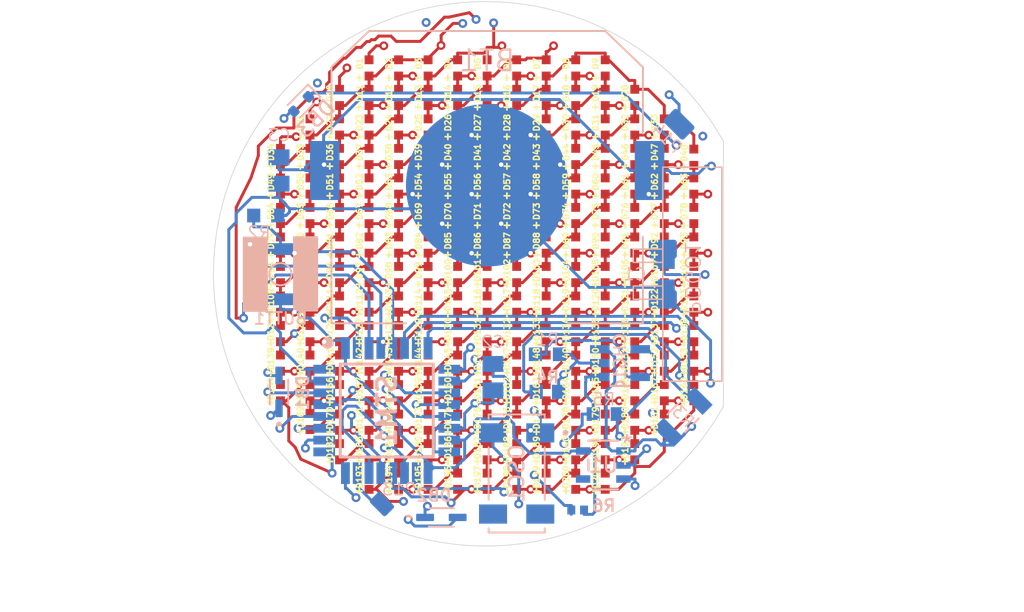
<source format=kicad_pcb>
(kicad_pcb (version 20241229) (generator "pcbnew") (generator_version "9.0")
  (layers (0 "F.Cu" signal) (4 "In1.Cu" signal) (6 "In2.Cu" signal) (2 "B.Cu" signal) (13 "F.Paste" user) (15 "B.Paste" user) (5 "F.SilkS" user "F.Silkscreen") (7 "B.SilkS" user "B.Silkscreen") (1 "F.Mask" user) (3 "B.Mask" user) (25 "Edge.Cuts" user))
  (net 0 "")
  (net 1 "Net-(CHG1-VBAT)")
  (net 2 "Net-(U1-EN)")
  (net 3 "F")
  (net 4 "B")
  (net 5 "A")
  (net 6 "N")
  (net 7 "O")
  (net 8 "D")
  (net 9 "E")
  (net 10 "H")
  (net 11 "L")
  (net 12 "J")
  (net 13 "C")
  (net 14 "G")
  (net 15 "M")
  (net 16 "K")
  (net 17 "I")
  (net 18 "P")
  (net 19 "Net-(CHG1-PROG)")
  (net 20 "Net-(STM1-PA0)")
  (net 21 "USB + ")
  (net 22 "STM_POW")
  (net 23 "Net-(STM1-PF0-OSC_IN)")
  (net 24 "Net-(CHG1-STAT)")
  (net 25 "Net-(STM1-PF1-OSC_OUT)")
  (net 27 "Net-(STM1-PB3)")
  (net 28 "Net-(STM1-PA1)")
  (net 30 "Net-(STM1-PA13)")
  (net 31 "Net-(STM1-PA14)")
  (net 32 "GNDREF")
  (net 35 "Net-(STM1-PG10-NRST)")
  (net 36 "Net-(DB3-A)")
  (footprint "WL-SMCC_0402:WL-SMCC_0402" (layer "F.Cu") (at 208 89.55 -90)
    (property "Reference" "D108")
    (property "Value" "WL-SMCC_0402")
  )
  (footprint "WL-SMCC_0402:WL-SMCC_0402" (layer "F.Cu") (at 196 99.55 -90)
    (property "Reference" "D176")
    (property "Value" "WL-SMCC_0402")
  )
  (footprint "WL-SMCC_0402:WL-SMCC_0402" (layer "F.Cu") (at 182 95.55 -90)
    (property "Reference" "D140")
    (property "Value" "WL-SMCC_0402")
  )
  (footprint "WL-SMCC_0402:WL-SMCC_0402" (layer "F.Cu") (at 206 91.55 -90)
    (property "Reference" "D122")
    (property "Value" "WL-SMCC_0402")
  )
  (footprint "WL-SMCC_0402:WL-SMCC_0402" (layer "F.Cu") (at 190 89.55 -90)
    (property "Reference" "D99")
    (property "Value" "WL-SMCC_0402")
  )
  (footprint "WL-SMCC_0402:WL-SMCC_0402" (layer "F.Cu") (at 196 87.55 -90)
    (property "Reference" "D87")
    (property "Value" "WL-SMCC_0402")
  )
  (footprint "WL-SMCC_0402:WL-SMCC_0402" (layer "F.Cu") (at 186 99.55 -90)
    (property "Reference" "D171")
    (property "Value" "WL-SMCC_0402")
  )
  (footprint "WL-SMCC_0402:WL-SMCC_0402" (layer "F.Cu") (at 188 79.55 -90)
    (property "Reference" "D24")
    (property "Value" "WL-SMCC_0402")
  )
  (footprint "WL-SMCC_0402:WL-SMCC_0402" (layer "F.Cu") (at 194 95.55 -90)
    (property "Reference" "D146")
    (property "Value" "WL-SMCC_0402")
  )
  (footprint "WL-SMCC_0402:WL-SMCC_0402" (layer "F.Cu") (at 202 99.55 -90)
    (property "Reference" "D179")
    (property "Value" "WL-SMCC_0402")
  )
  (footprint "WL-SMCC_0402:WL-SMCC_0402" (layer "F.Cu") (at 192 99.55 -90)
    (property "Reference" "D174")
    (property "Value" "WL-SMCC_0402")
  )
  (footprint "WL-SMCC_0402:WL-SMCC_0402" (layer "F.Cu") (at 180 91.55 -90)
    (property "Reference" "D109")
    (property "Value" "WL-SMCC_0402")
  )
  (footprint "WL-SMCC_0402:WL-SMCC_0402" (layer "F.Cu") (at 198 99.55 -90)
    (property "Reference" "D177")
    (property "Value" "WL-SMCC_0402")
  )
  (footprint "WL-SMCC_0402:WL-SMCC_0402" (layer "F.Cu") (at 186 95.55 -90)
    (property "Reference" "D142")
    (property "Value" "WL-SMCC_0402")
  )
  (footprint "WL-SMCC_0402:WL-SMCC_0402" (layer "F.Cu") (at 200 91.55 -90)
    (property "Reference" "D119")
    (property "Value" "WL-SMCC_0402")
  )
  (footprint "WL-SMCC_0402:WL-SMCC_0402" (layer "F.Cu") (at 194 89.55 -90)
    (property "Reference" "D101")
    (property "Value" "WL-SMCC_0402")
  )
  (footprint "WL-SMCC_0402:WL-SMCC_0402" (layer "F.Cu") (at 190 103.55 -90)
    (property "Reference" "D195")
    (property "Value" "WL-SMCC_0402")
  )
  (footprint "WL-SMCC_0402:WL-SMCC_0402" (layer "F.Cu") (at 192 93.55 -90)
    (property "Reference" "D130")
    (property "Value" "WL-SMCC_0402")
  )
  (footprint "WL-SMCC_0402:WL-SMCC_0402" (layer "F.Cu") (at 188 97.55 -90)
    (property "Reference" "D158")
    (property "Value" "WL-SMCC_0402")
  )
  (footprint "WL-SMCC_0402:WL-SMCC_0402" (layer "F.Cu") (at 198 83.55 -90)
    (property "Reference" "D58")
    (property "Value" "WL-SMCC_0402")
  )
  (footprint "WL-SMCC_0402:WL-SMCC_0402" (layer "F.Cu") (at 184 81.55 -90)
    (property "Reference" "D36")
    (property "Value" "WL-SMCC_0402")
  )
  (footprint "WL-SMCC_0402:WL-SMCC_0402" (layer "F.Cu") (at 190 95.55 -90)
    (property "Reference" "D144")
    (property "Value" "WL-SMCC_0402")
  )
  (footprint "WL-SMCC_0402:WL-SMCC_0402" (layer "F.Cu") (at 198 91.55 -90)
    (property "Reference" "D118")
    (property "Value" "WL-SMCC_0402")
  )
  (footprint "WL-SMCC_0402:WL-SMCC_0402" (layer "F.Cu") (at 202 79.55 -90)
    (property "Reference" "D31")
    (property "Value" "WL-SMCC_0402")
  )
  (footprint "WL-SMCC_0402:WL-SMCC_0402" (layer "F.Cu") (at 186 93.55 -90)
    (property "Reference" "D127")
    (property "Value" "WL-SMCC_0402")
  )
  (footprint "WL-SMCC_0402:WL-SMCC_0402" (layer "F.Cu") (at 200 99.55 -90)
    (property "Reference" "D178")
    (property "Value" "WL-SMCC_0402")
  )
  (footprint "WL-SMCC_0402:WL-SMCC_0402" (layer "F.Cu") (at 204 83.55 -90)
    (property "Reference" "D61")
    (property "Value" "WL-SMCC_0402")
  )
  (footprint "WL-SMCC_0402:WL-SMCC_0402" (layer "F.Cu") (at 188 85.55 -90)
    (property "Reference" "D68")
    (property "Value" "WL-SMCC_0402")
  )
  (footprint "WL-SMCC_0402:WL-SMCC_0402" (layer "F.Cu") (at 208 95.55 -90)
    (property "Reference" "D153")
    (property "Value" "WL-SMCC_0402")
  )
  (footprint "WL-SMCC_0402:WL-SMCC_0402" (layer "F.Cu") (at 192 91.55 -90)
    (property "Reference" "D115")
    (property "Value" "WL-SMCC_0402")
  )
  (footprint "WL-SMCC_0402:WL-SMCC_0402" (layer "F.Cu") (at 200 101.55 -90)
    (property "Reference" "D190")
    (property "Value" "WL-SMCC_0402")
  )
  (footprint "WL-SMCC_0402:WL-SMCC_0402" (layer "F.Cu") (at 188 101.55 -90)
    (property "Reference" "D184")
    (property "Value" "WL-SMCC_0402")
  )
  (footprint "WL-SMCC_0402:WL-SMCC_0402" (layer "F.Cu") (at 188 75.55 -90)
    (property "Reference" "D2")
    (property "Value" "WL-SMCC_0402")
  )
  (footprint "WL-SMCC_0402:WL-SMCC_0402" (layer "F.Cu") (at 200 95.55 -90)
    (property "Reference" "D149")
    (property "Value" "WL-SMCC_0402")
  )
  (footprint "WL-SMCC_0402:WL-SMCC_0402" (layer "F.Cu") (at 194 85.55 -90)
    (property "Reference" "D71")
    (property "Value" "WL-SMCC_0402")
  )
  (footprint "WL-SMCC_0402:WL-SMCC_0402" (layer "F.Cu") (at 194 79.55 -90)
    (property "Reference" "D27")
    (property "Value" "WL-SMCC_0402")
  )
  (footprint "WL-SMCC_0402:WL-SMCC_0402" (layer "F.Cu") (at 182 97.55 -90)
    (property "Reference" "D155")
    (property "Value" "WL-SMCC_0402")
  )
  (footprint "WL-SMCC_0402:WL-SMCC_0402" (layer "F.Cu") (at 186 75.55 -90)
    (property "Reference" "D1")
    (property "Value" "WL-SMCC_0402")
  )
  (footprint "WL-SMCC_0402:WL-SMCC_0402" (layer "F.Cu") (at 202 85.55 -90)
    (property "Reference" "D75")
    (property "Value" "WL-SMCC_0402")
  )
  (footprint "WL-SMCC_0402:WL-SMCC_0402" (layer "F.Cu") (at 192 85.55 -90)
    (property "Reference" "D70")
    (property "Value" "WL-SMCC_0402")
  )
  (footprint "WL-SMCC_0402:WL-SMCC_0402" (layer "F.Cu") (at 202 81.55 -90)
    (property "Reference" "D45")
    (property "Value" "WL-SMCC_0402")
  )
  (footprint "WL-SMCC_0402:WL-SMCC_0402" (layer "F.Cu") (at 190 79.55 -90)
    (property "Reference" "D25")
    (property "Value" "WL-SMCC_0402")
  )
  (footprint "WL-SMCC_0402:WL-SMCC_0402" (layer "F.Cu") (at 184 97.55 -90)
    (property "Reference" "D156")
    (property "Value" "WL-SMCC_0402")
  )
  (footprint "WL-SMCC_0402:WL-SMCC_0402" (layer "F.Cu") (at 198 87.55 -90)
    (property "Reference" "D88")
    (property "Value" "WL-SMCC_0402")
  )
  (footprint "WL-SMCC_0402:WL-SMCC_0402" (layer "F.Cu") (at 186 101.55 -90)
    (property "Reference" "D183")
    (property "Value" "WL-SMCC_0402")
  )
  (footprint "WL-SMCC_0402:WL-SMCC_0402" (layer "F.Cu") (at 184 83.55 -90)
    (property "Reference" "D51")
    (property "Value" "WL-SMCC_0402")
  )
  (footprint "WL-SMCC_0402:WL-SMCC_0402" (layer "F.Cu") (at 196 97.55 -90)
    (property "Reference" "D162")
    (property "Value" "WL-SMCC_0402")
  )
  (footprint "WL-SMCC_0402:WL-SMCC_0402" (layer "F.Cu") (at 198 81.55 -90)
    (property "Reference" "D43")
    (property "Value" "WL-SMCC_0402")
  )
  (footprint "WL-SMCC_0402:WL-SMCC_0402" (layer "F.Cu") (at 204 81.55 -90)
    (property "Reference" "D46")
    (property "Value" "WL-SMCC_0402")
  )
  (footprint "WL-SMCC_0402:WL-SMCC_0402" (layer "F.Cu") (at 198 79.55 -90)
    (property "Reference" "D29")
    (property "Value" "WL-SMCC_0402")
  )
  (footprint "WL-SMCC_0402:WL-SMCC_0402" (layer "F.Cu") (at 182 83.55 -90)
    (property "Reference" "D50")
    (property "Value" "WL-SMCC_0402")
  )
  (footprint "WL-SMCC_0402:WL-SMCC_0402" (layer "F.Cu") (at 202 77.55 -90)
    (property "Reference" "D19")
    (property "Value" "WL-SMCC_0402")
  )
  (footprint "WL-SMCC_0402:WL-SMCC_0402" (layer "F.Cu") (at 206 85.55 -90)
    (property "Reference" "D77")
    (property "Value" "WL-SMCC_0402")
  )
  (footprint "WL-SMCC_0402:WL-SMCC_0402" (layer "F.Cu") (at 198 101.55 -90)
    (property "Reference" "D189")
    (property "Value" "WL-SMCC_0402")
  )
  (footprint "WL-SMCC_0402:WL-SMCC_0402" (layer "F.Cu") (at 198 97.55 -90)
    (property "Reference" "D163")
    (property "Value" "WL-SMCC_0402")
  )
  (footprint "WL-SMCC_0402:WL-SMCC_0402" (layer "F.Cu") (at 194 103.55 -90)
    (property "Reference" "D197")
    (property "Value" "WL-SMCC_0402")
  )
  (footprint "WL-SMCC_0402:WL-SMCC_0402" (layer "F.Cu") (at 182 93.55 -90)
    (property "Reference" "D125")
    (property "Value" "WL-SMCC_0402")
  )
  (footprint "WL-SMCC_0402:WL-SMCC_0402" (layer "F.Cu") (at 184 85.55 -90)
    (property "Reference" "D66")
    (property "Value" "WL-SMCC_0402")
  )
  (footprint "WL-SMCC_0402:WL-SMCC_0402" (layer "F.Cu") (at 182 89.55 -90)
    (property "Reference" "D95")
    (property "Value" "WL-SMCC_0402")
  )
  (footprint "WL-SMCC_0402:WL-SMCC_0402" (layer "F.Cu") (at 200 87.55 -90)
    (property "Reference" "D89")
    (property "Value" "WL-SMCC_0402")
  )
  (footprint "WL-SMCC_0402:WL-SMCC_0402" (layer "F.Cu") (at 204 79.55 -90)
    (property "Reference" "D32")
    (property "Value" "WL-SMCC_0402")
  )
  (footprint "WL-SMCC_0402:WL-SMCC_0402" (layer "F.Cu") (at 202 95.55 -90)
    (property "Reference" "D150")
    (property "Value" "WL-SMCC_0402")
  )
  (footprint "WL-SMCC_0402:WL-SMCC_0402" (layer "F.Cu") (at 194 101.55 -90)
    (property "Reference" "D187")
    (property "Value" "WL-SMCC_0402")
  )
  (footprint "WL-SMCC_0402:WL-SMCC_0402" (layer "F.Cu") (at 206 81.55 -90)
    (property "Reference" "D47")
    (property "Value" "WL-SMCC_0402")
  )
  (footprint "WL-SMCC_0402:WL-SMCC_0402" (layer "F.Cu") (at 192 95.55 -90)
    (property "Reference" "D145")
    (property "Value" "WL-SMCC_0402")
  )
  (footprint "WL-SMCC_0402:WL-SMCC_0402" (layer "F.Cu") (at 192 81.55 -90)
    (property "Reference" "D40")
    (property "Value" "WL-SMCC_0402")
  )
  (footprint "WL-SMCC_0402:WL-SMCC_0402" (layer "F.Cu") (at 184 95.55 -90)
    (property "Reference" "D141")
    (property "Value" "WL-SMCC_0402")
  )
  (footprint "WL-SMCC_0402:WL-SMCC_0402" (layer "F.Cu") (at 180 87.55 -90)
    (property "Reference" "D79")
    (property "Value" "WL-SMCC_0402")
  )
  (footprint "WL-SMCC_0402:WL-SMCC_0402" (layer "F.Cu") (at 208 83.55 -90)
    (property "Reference" "D63")
    (property "Value" "WL-SMCC_0402")
  )
  (footprint "WL-SMCC_0402:WL-SMCC_0402" (layer "F.Cu") (at 208 97.55 -90)
    (property "Reference" "D168")
    (property "Value" "WL-SMCC_0402")
  )
  (footprint "WL-SMCC_0402:WL-SMCC_0402" (layer "F.Cu") (at 204 77.55 -90)
    (property "Reference" "D20")
    (property "Value" "WL-SMCC_0402")
  )
  (footprint "WL-SMCC_0402:WL-SMCC_0402" (layer "F.Cu") (at 200 79.55 -90)
    (property "Reference" "D30")
    (property "Value" "WL-SMCC_0402")
  )
  (footprint "WL-SMCC_0402:WL-SMCC_0402" (layer "F.Cu") (at 200 85.55 -90)
    (property "Reference" "D74")
    (property "Value" "WL-SMCC_0402")
  )
  (footprint "WL-SMCC_0402:WL-SMCC_0402" (layer "F.Cu") (at 180 95.55 -90)
    (property "Reference" "D139")
    (property "Value" "WL-SMCC_0402")
  )
  (footprint "WL-SMCC_0402:WL-SMCC_0402" (layer "F.Cu") (at 184 101.55 -90)
    (property "Reference" "D182")
    (property "Value" "WL-SMCC_0402")
  )
  (footprint "WL-SMCC_0402:WL-SMCC_0402" (layer "F.Cu") (at 182 79.55 -90)
    (property "Reference" "D21")
    (property "Value" "WL-SMCC_0402")
  )
  (footprint "WL-SMCC_0402:WL-SMCC_0402" (layer "F.Cu") (at 202 97.55 -90)
    (property "Reference" "D165")
    (property "Value" "WL-SMCC_0402")
  )
  (footprint "WL-SMCC_0402:WL-SMCC_0402" (layer "F.Cu") (at 206 89.55 -90)
    (property "Reference" "D107")
    (property "Value" "WL-SMCC_0402")
  )
  (footprint "WL-SMCC_0402:WL-SMCC_0402" (layer "F.Cu") (at 196 85.55 -90)
    (property "Reference" "D72")
    (property "Value" "WL-SMCC_0402")
  )
  (footprint "WL-SMCC_0402:WL-SMCC_0402" (layer "F.Cu") (at 182 87.55 -90)
    (property "Reference" "D80")
    (property "Value" "WL-SMCC_0402")
  )
  (footprint "WL-SMCC_0402:WL-SMCC_0402" (layer "F.Cu") (at 180 83.55 -90)
    (property "Reference" "D49")
    (property "Value" "WL-SMCC_0402")
  )
  (footprint "WL-SMCC_0402:WL-SMCC_0402" (layer "F.Cu") (at 186 87.55 -90)
    (property "Reference" "D82")
    (property "Value" "WL-SMCC_0402")
  )
  (footprint "WL-SMCC_0402:WL-SMCC_0402" (layer "F.Cu") (at 180 97.55 -90)
    (property "Reference" "D154")
    (property "Value" "WL-SMCC_0402")
  )
  (footprint "WL-SMCC_0402:WL-SMCC_0402" (layer "F.Cu") (at 190 93.55 -90)
    (property "Reference" "D129")
    (property "Value" "WL-SMCC_0402")
  )
  (footprint "WL-SMCC_0402:WL-SMCC_0402" (layer "F.Cu") (at 200 83.55 -90)
    (property "Reference" "D59")
    (property "Value" "WL-SMCC_0402")
  )
  (footprint "WL-SMCC_0402:WL-SMCC_0402" (layer "F.Cu") (at 206 87.55 -90)
    (property "Reference" "D92")
    (property "Value" "WL-SMCC_0402")
  )
  (footprint "WL-SMCC_0402:WL-SMCC_0402" (layer "F.Cu") (at 208 81.6 -90)
    (property "Reference" "D48")
    (property "Value" "WL-SMCC_0402")
  )
  (footprint "WL-SMCC_0402:WL-SMCC_0402" (layer "F.Cu") (at 194 81.55 -90)
    (property "Reference" "D41")
    (property "Value" "WL-SMCC_0402")
  )
  (footprint "WL-SMCC_0402:WL-SMCC_0402" (layer "F.Cu") (at 208 87.55 -90)
    (property "Reference" "D93")
    (property "Value" "WL-SMCC_0402")
  )
  (footprint "WL-SMCC_0402:WL-SMCC_0402" (layer "F.Cu") (at 200 89.55 -90)
    (property "Reference" "D104")
    (property "Value" "WL-SMCC_0402")
  )
  (footprint "WL-SMCC_0402:WL-SMCC_0402" (layer "F.Cu") (at 180 85.55 -90)
    (property "Reference" "D64")
    (property "Value" "WL-SMCC_0402")
  )
  (footprint "WL-SMCC_0402:WL-SMCC_0402" (layer "F.Cu") (at 194 83.55 -90)
    (property "Reference" "D56")
    (property "Value" "WL-SMCC_0402")
  )
  (footprint "WL-SMCC_0402:WL-SMCC_0402" (layer "F.Cu") (at 204 99.55 -90)
    (property "Reference" "D180")
    (property "Value" "WL-SMCC_0402")
  )
  (footprint "WL-SMCC_0402:WL-SMCC_0402" (layer "F.Cu") (at 196 93.55 -90)
    (property "Reference" "D132")
    (property "Value" "WL-SMCC_0402")
  )
  (footprint "WL-SMCC_0402:WL-SMCC_0402" (layer "F.Cu") (at 184 87.55 -90)
    (property "Reference" "D81")
    (property "Value" "WL-SMCC_0402")
  )
  (footprint "WL-SMCC_0402:WL-SMCC_0402" (layer "F.Cu") (at 208 93.55 -90)
    (property "Reference" "D138")
    (property "Value" "WL-SMCC_0402")
  )
  (footprint "WL-SMCC_0402:WL-SMCC_0402" (layer "F.Cu") (at 202 91.55 -90)
    (property "Reference" "D120")
    (property "Value" "WL-SMCC_0402")
  )
  (footprint "WL-SMCC_0402:WL-SMCC_0402" (layer "F.Cu") (at 180 93.55 -90)
    (property "Reference" "D124")
    (property "Value" "WL-SMCC_0402")
  )
  (footprint "WL-SMCC_0402:WL-SMCC_0402" (layer "F.Cu") (at 206 99.55 -90)
    (property "Reference" "D181")
    (property "Value" "WL-SMCC_0402")
  )
  (footprint "WL-SMCC_0402:WL-SMCC_0402" (layer "F.Cu") (at 190 101.55 -90)
    (property "Reference" "D185")
    (property "Value" "WL-SMCC_0402")
  )
  (footprint "WL-SMCC_0402:WL-SMCC_0402" (layer "F.Cu") (at 190 81.55 -90)
    (property "Reference" "D39")
    (property "Value" "WL-SMCC_0402")
  )
  (footprint "WL-SMCC_0402:WL-SMCC_0402" (layer "F.Cu") (at 188 93.55 -90)
    (property "Reference" "D128")
    (property "Value" "WL-SMCC_0402")
  )
  (footprint "WL-SMCC_0402:WL-SMCC_0402" (layer "F.Cu") (at 198 75.55 -90)
    (property "Reference" "D7")
    (property "Value" "WL-SMCC_0402")
  )
  (footprint "WL-SMCC_0402:WL-SMCC_0402" (layer "F.Cu") (at 194 75.55 -90)
    (property "Reference" "D5")
    (property "Value" "WL-SMCC_0402")
  )
  (footprint "WL-SMCC_0402:WL-SMCC_0402" (layer "F.Cu") (at 194 77.55 -90)
    (property "Reference" "D15")
    (property "Value" "WL-SMCC_0402")
  )
  (footprint "WL-SMCC_0402:WL-SMCC_0402" (layer "F.Cu") (at 196 81.55 -90)
    (property "Reference" "D42")
    (property "Value" "WL-SMCC_0402")
  )
  (footprint "WL-SMCC_0402:WL-SMCC_0402" (layer "F.Cu") (at 196 75.55 -90)
    (property "Reference" "D6")
    (property "Value" "WL-SMCC_0402")
  )
  (footprint "WL-SMCC_0402:WL-SMCC_0402" (layer "F.Cu") (at 194 99.55 -90)
    (property "Reference" "D175")
    (property "Value" "WL-SMCC_0402")
  )
  (footprint "WL-SMCC_0402:WL-SMCC_0402" (layer "F.Cu") (at 186 97.55 -90)
    (property "Reference" "D157")
    (property "Value" "WL-SMCC_0402")
  )
  (footprint "WL-SMCC_0402:WL-SMCC_0402" (layer "F.Cu") (at 190 75.55 -90)
    (property "Reference" "D3")
    (property "Value" "WL-SMCC_0402")
  )
  (footprint "WL-SMCC_0402:WL-SMCC_0402" (layer "F.Cu") (at 186 83.55 -90)
    (property "Reference" "D52")
    (property "Value" "WL-SMCC_0402")
  )
  (footprint "WL-SMCC_0402:WL-SMCC_0402" (layer "F.Cu") (at 196 83.55 -90)
    (property "Reference" "D57")
    (property "Value" "WL-SMCC_0402")
  )
  (footprint "WL-SMCC_0402:WL-SMCC_0402" (layer "F.Cu") (at 192 83.55 -90)
    (property "Reference" "D55")
    (property "Value" "WL-SMCC_0402")
  )
  (footprint "WL-SMCC_0402:WL-SMCC_0402" (layer "F.Cu") (at 188 83.55 -90)
    (property "Reference" "D53")
    (property "Value" "WL-SMCC_0402")
  )
  (footprint "WL-SMCC_0402:WL-SMCC_0402" (layer "F.Cu") (at 186 79.55 -90)
    (property "Reference" "D23")
    (property "Value" "WL-SMCC_0402")
  )
  (footprint "WL-SMCC_0402:WL-SMCC_0402" (layer "F.Cu") (at 192 79.55 -90)
    (property "Reference" "D26")
    (property "Value" "WL-SMCC_0402")
  )
  (footprint "WL-SMCC_0402:WL-SMCC_0402" (layer "F.Cu") (at 200 81.55 -90)
    (property "Reference" "D44")
    (property "Value" "WL-SMCC_0402")
  )
  (footprint "WL-SMCC_0402:WL-SMCC_0402" (layer "F.Cu") (at 192 103.55 -90)
    (property "Reference" "D196")
    (property "Value" "WL-SMCC_0402")
  )
  (footprint "WL-SMCC_0402:WL-SMCC_0402" (layer "F.Cu") (at 184 79.55 -90)
    (property "Reference" "D22")
    (property "Value" "WL-SMCC_0402")
  )
  (footprint "WL-SMCC_0402:WL-SMCC_0402" (layer "F.Cu") (at 184 91.55 -90)
    (property "Reference" "D111")
    (property "Value" "WL-SMCC_0402")
  )
  (footprint "WL-SMCC_0402:WL-SMCC_0402" (layer "F.Cu") (at 196 101.55 -90)
    (property "Reference" "D188")
    (property "Value" "WL-SMCC_0402")
  )
  (footprint "WL-SMCC_0402:WL-SMCC_0402" (layer "F.Cu") (at 188 99.55 -90)
    (property "Reference" "D172")
    (property "Value" "WL-SMCC_0402")
  )
  (footprint "WL-SMCC_0402:WL-SMCC_0402" (layer "F.Cu") (at 204 91.55 -90)
    (property "Reference" "D121")
    (property "Value" "WL-SMCC_0402")
  )
  (footprint "WL-SMCC_0402:WL-SMCC_0402" (layer "F.Cu") (at 194 97.55 -90)
    (property "Reference" "D161")
    (property "Value" "WL-SMCC_0402")
  )
  (footprint "WL-SMCC_0402:WL-SMCC_0402" (layer "F.Cu") (at 196 77.55 -90)
    (property "Reference" "D16")
    (property "Value" "WL-SMCC_0402")
  )
  (footprint "WL-SMCC_0402:WL-SMCC_0402" (layer "F.Cu") (at 202 103.55 -90)
    (property "Reference" "D201")
    (property "Value" "WL-SMCC_0402")
  )
  (footprint "WL-SMCC_0402:WL-SMCC_0402" (layer "F.Cu") (at 186 103.55 -90)
    (property "Reference" "D193")
    (property "Value" "WL-SMCC_0402")
  )
  (footprint "WL-SMCC_0402:WL-SMCC_0402" (layer "F.Cu") (at 196 95.55 -90)
    (property "Reference" "D147")
    (property "Value" "WL-SMCC_0402")
  )
  (footprint "WL-SMCC_0402:WL-SMCC_0402" (layer "F.Cu") (at 196 91.55 -90)
    (property "Reference" "D117")
    (property "Value" "WL-SMCC_0402")
  )
  (footprint "WL-SMCC_0402:WL-SMCC_0402" (layer "F.Cu") (at 204 93.55 -90)
    (property "Reference" "D136")
    (property "Value" "WL-SMCC_0402")
  )
  (footprint "WL-SMCC_0402:WL-SMCC_0402" (layer "F.Cu") (at 198 103.55 -90)
    (property "Reference" "D199")
    (property "Value" "WL-SMCC_0402")
  )
  (footprint "WL-SMCC_0402:WL-SMCC_0402" (layer "F.Cu") (at 194 87.55 -90)
    (property "Reference" "D86")
    (property "Value" "WL-SMCC_0402")
  )
  (footprint "WL-SMCC_0402:WL-SMCC_0402" (layer "F.Cu") (at 190 99.55 -90)
    (property "Reference" "D173")
    (property "Value" "WL-SMCC_0402")
  )
  (footprint "WL-SMCC_0402:WL-SMCC_0402" (layer "F.Cu") (at 206 95.55 -90)
    (property "Reference" "D152")
    (property "Value" "WL-SMCC_0402")
  )
  (footprint "WL-SMCC_0402:WL-SMCC_0402" (layer "F.Cu") (at 188 77.55 -90)
    (property "Reference" "D12")
    (property "Value" "WL-SMCC_0402")
  )
  (footprint "WL-SMCC_0402:WL-SMCC_0402" (layer "F.Cu") (at 188 95.55 -90)
    (property "Reference" "D143")
    (property "Value" "WL-SMCC_0402")
  )
  (footprint "WL-SMCC_0402:WL-SMCC_0402" (layer "F.Cu") (at 186 81.55 -90)
    (property "Reference" "D37")
    (property "Value" "WL-SMCC_0402")
  )
  (footprint "WL-SMCC_0402:WL-SMCC_0402" (layer "F.Cu") (at 204 101.55 -90)
    (property "Reference" "D192")
    (property "Value" "WL-SMCC_0402")
  )
  (footprint "WL-SMCC_0402:WL-SMCC_0402" (layer "F.Cu") (at 190 85.55 -90)
    (property "Reference" "D69")
    (property "Value" "WL-SMCC_0402")
  )
  (footprint "WL-SMCC_0402:WL-SMCC_0402" (layer "F.Cu") (at 206 79.55 -90)
    (property "Reference" "D33")
    (property "Value" "WL-SMCC_0402")
  )
  (footprint "WL-SMCC_0402:WL-SMCC_0402" (layer "F.Cu") (at 182 81.55 -90)
    (property "Reference" "D35")
    (property "Value" "WL-SMCC_0402")
  )
  (footprint "WL-SMCC_0402:WL-SMCC_0402" (layer "F.Cu") (at 204 95.55 -90)
    (property "Reference" "D151")
    (property "Value" "WL-SMCC_0402")
  )
  (footprint "WL-SMCC_0402:WL-SMCC_0402" (layer "F.Cu") (at 198 93.55 -90)
    (property "Reference" "D133")
    (property "Value" "WL-SMCC_0402")
  )
  (footprint "WL-SMCC_0402:WL-SMCC_0402" (layer "F.Cu") (at 184 93.55 -90)
    (property "Reference" "D126")
    (property "Value" "WL-SMCC_0402")
  )
  (footprint "WL-SMCC_0402:WL-SMCC_0402" (layer "F.Cu") (at 182 85.55 -90)
    (property "Reference" "D65")
    (property "Value" "WL-SMCC_0402")
  )
  (footprint "WL-SMCC_0402:WL-SMCC_0402" (layer "F.Cu") (at 204 89.55 -90)
    (property "Reference" "D106")
    (property "Value" "WL-SMCC_0402")
  )
  (footprint "WL-SMCC_0402:WL-SMCC_0402" (layer "F.Cu") (at 202 83.55 -90)
    (property "Reference" "D60")
    (property "Value" "WL-SMCC_0402")
  )
  (footprint "WL-SMCC_0402:WL-SMCC_0402" (layer "F.Cu") (at 200 103.55 -90)
    (property "Reference" "D200")
    (property "Value" "WL-SMCC_0402")
  )
  (footprint "WL-SMCC_0402:WL-SMCC_0402" (layer "F.Cu") (at 190 97.55 -90)
    (property "Reference" "D159")
    (property "Value" "WL-SMCC_0402")
  )
  (footprint "WL-SMCC_0402:WL-SMCC_0402" (layer "F.Cu") (at 186 89.55 -90)
    (property "Reference" "D97")
    (property "Value" "WL-SMCC_0402")
  )
  (footprint "WL-SMCC_0402:WL-SMCC_0402" (layer "F.Cu") (at 202 101.55 -90)
    (property "Reference" "D191")
    (property "Value" "WL-SMCC_0402")
  )
  (footprint "WL-SMCC_0402:WL-SMCC_0402" (layer "F.Cu") (at 204 85.55 -90)
    (property "Reference" "D76")
    (property "Value" "WL-SMCC_0402")
  )
  (footprint "WL-SMCC_0402:WL-SMCC_0402" (layer "F.Cu") (at 198 85.55 -90)
    (property "Reference" "D73")
    (property "Value" "WL-SMCC_0402")
  )
  (footprint "WL-SMCC_0402:WL-SMCC_0402" (layer "F.Cu") (at 192 97.55 -90)
    (property "Reference" "D160")
    (property "Value" "WL-SMCC_0402")
  )
  (footprint "WL-SMCC_0402:WL-SMCC_0402" (layer "F.Cu") (at 188 87.55 -90)
    (property "Reference" "D83")
    (property "Value" "WL-SMCC_0402")
  )
  (footprint "WL-SMCC_0402:WL-SMCC_0402" (layer "F.Cu") (at 194 93.55 -90)
    (property "Reference" "D131")
    (property "Value" "WL-SMCC_0402")
  )
  (footprint "WL-SMCC_0402:WL-SMCC_0402" (layer "F.Cu") (at 180 89.55 -90)
    (property "Reference" "D94")
    (property "Value" "WL-SMCC_0402")
  )
  (footprint "WL-SMCC_0402:WL-SMCC_0402" (layer "F.Cu") (at 188 91.55 -90)
    (property "Reference" "D113")
    (property "Value" "WL-SMCC_0402")
  )
  (footprint "WL-SMCC_0402:WL-SMCC_0402" (layer "F.Cu") (at 188 103.55 -90)
    (property "Reference" "D194")
    (property "Value" "WL-SMCC_0402")
  )
  (footprint "WL-SMCC_0402:WL-SMCC_0402" (layer "F.Cu") (at 196 79.55 -90)
    (property "Reference" "D28")
    (property "Value" "WL-SMCC_0402")
  )
  (footprint "WL-SMCC_0402:WL-SMCC_0402" (layer "F.Cu") (at 204 87.55 -90)
    (property "Reference" "D91")
    (property "Value" "WL-SMCC_0402")
  )
  (footprint "WL-SMCC_0402:WL-SMCC_0402" (layer "F.Cu") (at 192 101.55 -90)
    (property "Reference" "D186")
    (property "Value" "WL-SMCC_0402")
  )
  (footprint "WL-SMCC_0402:WL-SMCC_0402" (layer "F.Cu") (at 200 93.55 -90)
    (property "Reference" "D134")
    (property "Value" "WL-SMCC_0402")
  )
  (footprint "WL-SMCC_0402:WL-SMCC_0402" (layer "F.Cu") (at 184 77.55 -90)
    (property "Reference" "D10")
    (property "Value" "WL-SMCC_0402")
  )
  (footprint "WL-SMCC_0402:WL-SMCC_0402" (layer "F.Cu") (at 182 91.55 -90)
    (property "Reference" "D110")
    (property "Value" "WL-SMCC_0402")
  )
  (footprint "WL-SMCC_0402:WL-SMCC_0402" (layer "F.Cu") (at 206 83.55 -90)
    (property "Reference" "D62")
    (property "Value" "WL-SMCC_0402")
  )
  (footprint "WL-SMCC_0402:WL-SMCC_0402" (layer "F.Cu") (at 184 89.55 -90)
    (property "Reference" "D96")
    (property "Value" "WL-SMCC_0402")
  )
  (footprint "WL-SMCC_0402:WL-SMCC_0402" (layer "F.Cu") (at 206 93.55 -90)
    (property "Reference" "D137")
    (property "Value" "WL-SMCC_0402")
  )
  (footprint "WL-SMCC_0402:WL-SMCC_0402" (layer "F.Cu") (at 200 75.55 -90)
    (property "Reference" "D8")
    (property "Value" "WL-SMCC_0402")
  )
  (footprint "WL-SMCC_0402:WL-SMCC_0402" (layer "F.Cu") (at 186 85.55 -90)
    (property "Reference" "D67")
    (property "Value" "WL-SMCC_0402")
  )
  (footprint "WL-SMCC_0402:WL-SMCC_0402" (layer "F.Cu") (at 180 81.55 -90)
    (property "Reference" "D34")
    (property "Value" "WL-SMCC_0402")
  )
  (footprint "WL-SMCC_0402:WL-SMCC_0402" (layer "F.Cu") (at 198 77.55 -90)
    (property "Reference" "D17")
    (property "Value" "WL-SMCC_0402")
  )
  (footprint "WL-SMCC_0402:WL-SMCC_0402" (layer "F.Cu") (at 194 91.55 -90)
    (property "Reference" "D116")
    (property "Value" "WL-SMCC_0402")
  )
  (footprint "WL-SMCC_0402:WL-SMCC_0402" (layer "F.Cu") (at 202 87.55 -90)
    (property "Reference" "D90")
    (property "Value" "WL-SMCC_0402")
  )
  (footprint "WL-SMCC_0402:WL-SMCC_0402" (layer "F.Cu") (at 192 87.55 -90)
    (property "Reference" "D85")
    (property "Value" "WL-SMCC_0402")
  )
  (footprint "WL-SMCC_0402:WL-SMCC_0402" (layer "F.Cu") (at 202 75.55 -90)
    (property "Reference" "D9")
    (property "Value" "WL-SMCC_0402")
  )
  (footprint "WL-SMCC_0402:WL-SMCC_0402" (layer "F.Cu") (at 188 89.55 -90)
    (property "Reference" "D98")
    (property "Value" "WL-SMCC_0402")
  )
  (footprint "WL-SMCC_0402:WL-SMCC_0402" (layer "F.Cu") (at 196 103.55 -90)
    (property "Reference" "D198")
    (property "Value" "WL-SMCC_0402")
  )
  (footprint "WL-SMCC_0402:WL-SMCC_0402" (layer "F.Cu") (at 200 97.55 -90)
    (property "Reference" "D164")
    (property "Value" "WL-SMCC_0402")
  )
  (footprint "WL-SMCC_0402:WL-SMCC_0402" (layer "F.Cu") (at 188 81.55 -90)
    (property "Reference" "D38")
    (property "Value" "WL-SMCC_0402")
  )
  (footprint "WL-SMCC_0402:WL-SMCC_0402" (layer "F.Cu") (at 198 89.55 -90)
    (property "Reference" "D103")
    (property "Value" "WL-SMCC_0402")
  )
  (footprint "WL-SMCC_0402:WL-SMCC_0402" (layer "F.Cu") (at 196 89.55 -90)
    (property "Reference" "D102")
    (property "Value" "WL-SMCC_0402")
  )
  (footprint "WL-SMCC_0402:WL-SMCC_0402" (layer "F.Cu") (at 192 75.55 -90)
    (property "Reference" "D4")
    (property "Value" "WL-SMCC_0402")
  )
  (footprint "WL-SMCC_0402:WL-SMCC_0402" (layer "F.Cu") (at 182 99.5 -90)
    (property "Reference" "D169")
    (property "Value" "WL-SMCC_0402")
  )
  (footprint "WL-SMCC_0402:WL-SMCC_0402" (layer "F.Cu") (at 202 89.55 -90)
    (property "Reference" "D105")
    (property "Value" "WL-SMCC_0402")
  )
  (footprint "WL-SMCC_0402:WL-SMCC_0402" (layer "F.Cu") (at 208 91.55 -90)
    (property "Reference" "D123")
    (property "Value" "WL-SMCC_0402")
  )
  (footprint "WL-SMCC_0402:WL-SMCC_0402" (layer "F.Cu") (at 190 87.55 -90)
    (property "Reference" "D84")
    (property "Value" "WL-SMCC_0402")
  )
  (footprint "WL-SMCC_0402:WL-SMCC_0402" (layer "F.Cu") (at 186 91.55 -90)
    (property "Reference" "D112")
    (property "Value" "WL-SMCC_0402")
  )
  (footprint "WL-SMCC_0402:WL-SMCC_0402" (layer "F.Cu") (at 208 85.55 -90)
    (property "Reference" "D78")
    (property "Value" "WL-SMCC_0402")
  )
  (footprint "WL-SMCC_0402:WL-SMCC_0402" (layer "F.Cu") (at 192 77.55 -90)
    (property "Reference" "D14")
    (property "Value" "WL-SMCC_0402")
  )
  (footprint "WL-SMCC_0402:WL-SMCC_0402" (layer "F.Cu") (at 204 97.55 -90)
    (property "Reference" "D166")
    (property "Value" "WL-SMCC_0402")
  )
  (footprint "WL-SMCC_0402:WL-SMCC_0402" (layer "F.Cu") (at 198 95.55 -90)
    (property "Reference" "D148")
    (property "Value" "WL-SMCC_0402")
  )
  (footprint "WL-SMCC_0402:WL-SMCC_0402" (layer "F.Cu") (at 192 89.55 -90)
    (property "Reference" "D100")
    (property "Value" "WL-SMCC_0402")
  )
  (footprint "WL-SMCC_0402:WL-SMCC_0402" (layer "F.Cu") (at 190 77.55 -90)
    (property "Reference" "D13")
    (property "Value" "WL-SMCC_0402")
  )
  (footprint "WL-SMCC_0402:WL-SMCC_0402" (layer "F.Cu") (at 190 83.55 -90)
    (property "Reference" "D54")
    (property "Value" "WL-SMCC_0402")
  )
  (footprint "WL-SMCC_0402:WL-SMCC_0402" (layer "F.Cu") (at 206 97.55 -90)
    (property "Reference" "D167")
    (property "Value" "WL-SMCC_0402")
  )
  (footprint "WL-SMCC_0402:WL-SMCC_0402" (layer "F.Cu") (at 186 77.55 -90)
    (property "Reference" "D11")
    (property "Value" "WL-SMCC_0402")
  )
  (footprint "WL-SMCC_0402:WL-SMCC_0402" (layer "F.Cu") (at 190 91.55 -90)
    (property "Reference" "D114")
    (property "Value" "WL-SMCC_0402")
  )
  (footprint "WL-SMCC_0402:WL-SMCC_0402" (layer "F.Cu") (at 184 99.55 -90)
    (property "Reference" "D170")
    (property "Value" "WL-SMCC_0402")
  )
  (footprint "WL-SMCC_0402:WL-SMCC_0402" (layer "F.Cu") (at 202 93.55 -90)
    (property "Reference" "D135")
    (property "Value" "WL-SMCC_0402")
  )
  (footprint "WL-SMCC_0402:WL-SMCC_0402" (layer "F.Cu") (at 200 77.55 -90)
    (property "Reference" "D18")
    (property "Value" "WL-SMCC_0402")
  )
  (footprint "RN73H1JTTD5052F50:RN73H1JTTD5052F50" (layer "B.Cu") (at 198.0824 94.95)
    (property "Reference" "R1")
    (property "Value" "RN73H1JTTD5052F50")
  )
  (footprint "GRM21BC81E106ME51K:CAPC2012X140N" (layer "B.Cu") (at 194.4 96.5 -90)
    (property "Reference" "C2")
    (property "Value" "GRM21BC81E106ME51K")
  )
  (footprint "B3U_1100P:SW_B3U-1100P" (layer "B.Cu") (at 180 89.524 90)
    (property "Reference" "BUTT1")
    (property "Value" "B3U-1100P")
  )
  (footprint "GRM21BC81E106ME51K:CAPC2012X140N" (layer "B.Cu") (at 179.9 82.5 -90)
    (property "Reference" "C3")
    (property "Value" "GRM21BC81E106ME51K")
  )
  (footprint "RC1206FR_07120KL:RC1206FR_07120KL" (layer "B.Cu") (at 207.274896 99.155066 45)
    (property "Reference" "R3")
    (property "Value" "RC1206FR-07120KL")
  )
  (footprint "STM32G431KBT6:QFP80P900X900X160-32N" (layer "B.Cu") (at 187.2 98.762 -90)
    (property "Reference" "STM1")
    (property "Value" "STM32G431KBT6" (hide yes))
  )
  (footprint "WL-SMCC_0402:Untitled" (layer "B.Cu") (at 212.9 89.524 180)
    (property "Reference" "POGO1")
    (property "Value" "~")
  )
  (footprint "MC-306_32.7680K-E0_PURE_SN:MC-306_32.7680K-E0_PURE_SN" (layer "B.Cu") (at 196 103.024 180)
    (property "Reference" "OSC1")
    (property "Value" "MC-306_32.7680K-E0_PURE_SN")
  )
  (footprint "RMCF0603FT300K:RMCF0603FT300K" (layer "B.Cu") (at 198.0824 97.5)
    (property "Reference" "R4")
    (property "Value" "RMCF0603FT300K")
  )
  (footprint "BAS3010A03WE6327HTSA1:SOD2513X110N" (layer "B.Cu") (at 179.9 97.5 90)
    (property "Reference" "DB1")
    (property "Value" "BAS3010A03WE6327HTSA1")
  )
  (footprint "GRM21BC81E106ME51K:CAPC2012X140N" (layer "B.Cu") (at 206 89.524 -90)
    (property "Reference" "C1")
    (property "Value" "GRM21BC81E106ME51K")
  )
  (footprint "RN73H1JTTD5052F50:RN73H1JTTD5052F50" (layer "B.Cu") (at 202 99)
    (property "Reference" "R5")
    (property "Value" "RN73H1JTTD5052F50")
  )
  (footprint "TPS7A0230PDBVR:TPS7A0230PDBVR" (layer "B.Cu") (at 201.8652 102.45 180)
    (property "Reference" "U1")
    (property "Value" "TPS7A0230PDBVR")
  )
  (footprint "RN73H1JTTD5052F50:RN73H1JTTD5052F50" (layer "B.Cu") (at 179 85.55)
    (property "Reference" "R2")
    (property "Value" "RN73H1JTTD5052F50")
  )
  (footprint "BAT-HLD-003-SMT:BAT_BAT-HLD-003-SMT_CUT" (layer "B.Cu") (at 194 83.6 180)
    (property "Reference" "BT1")
    (property "Value" "BAT-HLD-003-SMT")
  )
  (footprint "MCP73832T_2ACI_OT:SOT95P270X145-5N" (layer "B.Cu") (at 203 95.5467)
    (property "Reference" "CHG1")
    (property "Value" "MCP73832T-2ACI_OT")
  )
  (footprint "WL-SMCC_0402:PROGPAD" (layer "B.Cu") (at 207.353553 80.427142 135)
    (property "Reference" "P14")
    (property "Value" "~")
  )
  (footprint "WL-SMCC_0402:PROGPAD" (layer "B.Cu") (at 187.934838 104.743036 -135)
    (property "Reference" "P13")
    (property "Value" "~")
  )
  (footprint "RC1005F103CS:RESC1005X40N" (layer "B.Cu") (at 200.1322 105.5)
    (property "Reference" "R6")
    (property "Value" "RC1005F103CS")
  )
  (footprint "Diode_SMD:D_SOD-523" (layer "B.Cu") (at 181.4 78 -135)
    (property "Reference" "DB3")
    (property "Value" "1N4148WT")
  )
  (footprint "BAS3010A03WE6327HTSA1:SOD2513X110N" (layer "B.Cu") (at 190.9 106)
    (property "Reference" "DB2")
    (property "Value" "BAS3010A03WE6327HTSA1")
  )
  (gr_line (start 181.37442 102.05286) (end 183.5 103) (stroke (width 0.2)) (layer "F.Cu") (net 15))
  (gr_line (start 178.5 81.5) (end 178 83) (stroke (width 0.2)) (layer "F.Cu") (net 25))
  (gr_line (start 177 85) (end 177 92.5) (stroke (width 0.2)) (layer "F.Cu") (net 25))
  (gr_line (start 178 83) (end 177 85) (stroke (width 0.2)) (layer "F.Cu") (net 25))
  (gr_line (start 177 92.5) (end 177.5 92.5) (stroke (width 0.2)) (layer "F.Cu") (net 25))
  (gr_line (start 191.395247 72.111937) (end 192.797585 71.8108) (stroke (width 0.2)) (layer "F.Cu") (net 25))
  (gr_line (start 181 101.254445) (end 181.37442 102.05286) (stroke (width 0.2)) (layer "F.Cu") (net 15))
  (gr_rect (start 180.9 87) (end 182.5 92) (stroke (width 0.1)) (fill yes) (layer "B.SilkS"))
  (gr_rect (start 177.499022 87.026551) (end 179.099022 92.026551) (stroke (width 0.1)) (fill yes) (layer "B.SilkS"))
  (gr_line (start 210.004442 80.5214) (end 210.004442 98.478596) (stroke (width 0.05)) (layer "Edge.Cuts"))
  (gr_arc (start 210.004442 98.478596) (mid 175.46177 89.49544) (end 210.004443 80.5214) (stroke (width 0.05)) (layer "Edge.Cuts"))
  (via (at 207.855176 99.842022) (size 0.6) (drill 0.3) (layers "F.Cu" "B.Cu") (net 1))
  (via (at 209.19342 82.201584) (size 0.6) (drill 0.3) (layers "F.Cu" "B.Cu") (net 1))
  (segment (start 206.3017 82.5) (end 205 82.5) (width 0.2) (layer "B.Cu") (net 1))
  (segment (start 181.6983 82.4514) (end 181.6936 82.4467) (width 0.2) (layer "B.Cu") (net 1))
  (segment (start 203.2304 101.5) (end 202.4397 101.5) (width 0.2) (layer "B.Cu") (net 1))
  (segment (start 204.5592 100.7402) (end 204.021 101.2784) (width 0.2) (layer "B.Cu") (net 1))
  (segment (start 182.9228 81.0539) (end 182.9228 80.1105) (width 0.2) (layer "B.Cu") (net 1))
  (segment (start 207.855176 99.842022) (end 207.3601 100.337098) (width 0.2) (layer "B.Cu") (net 1))
  (segment (start 206.6317 101.1028) (end 205.7972 101.1028) (width 0.2) (layer "B.Cu") (net 1))
  (segment (start 206.507 82.7053) (end 206.3017 82.5) (width 0.2) (layer "B.Cu") (net 1))
  (segment (start 181.6936 82.2831) (end 182.9228 81.0539) (width 0.2) (layer "B.Cu") (net 1))
  (segment (start 203.2947 101.5) (end 203.2304 101.5) (width 0.2) (layer "B.Cu") (net 1))
  (segment (start 202.4397 101.5) (end 202.0673 101.1276) (width 0.2) (layer "B.Cu") (net 1))
  (segment (start 209.19342 82.201584) (end 208.819241 82.201584) (width 0.2) (layer "B.Cu") (net 1))
  (segment (start 181.6983 82.5) (end 181.6983 82.4514) (width 0.2) (layer "B.Cu") (net 1))
  (segment (start 181.6936 82.4467) (end 181.6936 82.2831) (width 0.2) (layer "B.Cu") (net 1))
  (segment (start 179.9 81.605) (end 179.9 82.4467) (width 0.2) (layer "B.Cu") (net 1))
  (segment (start 204.021 101.2784) (end 204.021 101.5) (width 0.2) (layer "B.Cu") (net 1))
  (segment (start 183 82.5) (end 181.6983 82.5) (width 0.2) (layer "B.Cu") (net 1))
  (segment (start 207.3601 100.3744) (end 206.6317 101.1028) (width 0.2) (layer "B.Cu") (net 1))
  (segment (start 181.6936 82.4467) (end 179.9 82.4467) (width 0.2) (layer "B.Cu") (net 1))
  (segment (start 202.0673 97.431) (end 202.6429 96.8554) (width 0.2) (layer "B.Cu") (net 1))
  (segment (start 208.315525 82.7053) (end 206.507 82.7053) (width 0.2) (layer "B.Cu") (net 1))
  (segment (start 204.9234 82.5) (end 205 82.5) (width 0.2) (layer "B.Cu") (net 1))
  (segment (start 203.2947 101.5) (end 204.021 101.5) (width 0.2) (layer "B.Cu") (net 1))
  (segment (start 207.3601 100.337098) (end 207.3601 100.3744) (width 0.2) (layer "B.Cu") (net 1))
  (segment (start 202.1115 94.6069) (end 201.6284 94.6069) (width 0.2) (layer "B.Cu") (net 1))
  (segment (start 202.6429 96.8554) (end 202.6429 95.1383) (width 0.2) (layer "B.Cu") (net 1))
  (segment (start 202.6429 95.1383) (end 202.1115 94.6069) (width 0.2) (layer "B.Cu") (net 1))
  (segment (start 205.7972 101.1028) (end 205.4346 100.7402) (width 0.2) (layer "B.Cu") (net 1))
  (segment (start 206.3535 100.5465) (end 205.7972 101.1028) (width 0.2) (layer "B.Cu") (net 1))
  (segment (start 182.9228 80.1105) (end 185.3402 77.6931) (width 0.2) (layer "B.Cu") (net 1))
  (segment (start 202.0673 101.1276) (end 202.0673 97.431) (width 0.2) (layer "B.Cu") (net 1))
  (segment (start 198.8914 77.6931) (end 203.6983 82.5) (width 0.2) (layer "B.Cu") (net 1))
  (segment (start 204.9234 82.5) (end 203.6983 82.5) (width 0.2) (layer "B.Cu") (net 1))
  (segment (start 185.3402 77.6931) (end 198.8914 77.6931) (width 0.2) (layer "B.Cu") (net 1))
  (segment (start 205.4346 100.7402) (end 204.5592 100.7402) (width 0.2) (layer "B.Cu") (net 1))
  (segment (start 208.819241 82.201584) (end 208.315525 82.7053) (width 0.2) (layer "B.Cu") (net 1))
  (via (at 189.9499 105.2429) (size 0.6) (drill 0.3) (layers "F.Cu" "B.Cu") (net 2))
  (via (at 204.021 103.8497) (size 0.6) (drill 0.3) (layers "F.Cu" "B.Cu") (net 2))
  (via (at 179.333494 99.096589) (size 0.6) (drill 0.3) (layers "F.Cu" "B.Cu") (net 2))
  (segment (start 204.021 103.8497) (end 204.021 103.4) (width 0.2) (layer "B.Cu") (net 2))
  (segment (start 179.333494 99.096589) (end 179.501983 98.9281) (width 0.2) (layer "B.Cu") (net 2))
  (segment (start 204.021 103.4) (end 203.2304 103.4) (width 0.2) (layer "B.Cu") (net 2))
  (segment (start 189.795 105.3978) (end 189.9499 105.2429) (width 0.2) (layer "B.Cu") (net 2))
  (segment (start 179.5769 98.9281) (end 179.9 98.605) (width 0.2) (layer "B.Cu") (net 2))
  (segment (start 189.795 106) (end 189.795 105.3978) (width 0.2) (layer "B.Cu") (net 2))
  (segment (start 179.501983 98.9281) (end 179.5769 98.9281) (width 0.2) (layer "B.Cu") (net 2))
  (segment (start 192 97) (end 192 96.1) (width 0.2) (layer "F.Cu") (net 3))
  (segment (start 194 98.1) (end 194.95 98.1) (width 0.2) (layer "F.Cu") (net 3))
  (segment (start 188 92.1) (end 188.95 92.1) (width 0.2) (layer "F.Cu") (net 3))
  (segment (start 196 100.1) (end 196.95 100.1) (width 0.2) (layer "F.Cu") (net 3))
  (segment (start 198 103) (end 198 102.1) (width 0.2) (layer "F.Cu") (net 3))
  (segment (start 206 101.55) (end 206 100.1) (width 0.2) (layer "F.Cu") (net 3))
  (segment (start 204 102.55) (end 205 102.55) (width 0.2) (layer "F.Cu") (net 3))
  (segment (start 200.95 104.1) (end 202 104.1) (width 0.2) (layer "F.Cu") (net 3))
  (segment (start 198 102.1) (end 198.95 102.1) (width 0.2) (layer "F.Cu") (net 3))
  (segment (start 205 102.55) (end 206 101.55) (width 0.2) (layer "F.Cu") (net 3))
  (segment (start 190 94.1) (end 190.95 94.1) (width 0.2) (layer "F.Cu") (net 3))
  (segment (start 180 84.1) (end 180.95 84.1) (width 0.2) (layer "F.Cu") (net 3))
  (segment (start 200 104.1) (end 200.95 104.1) (width 0.2) (layer "F.Cu") (net 3))
  (segment (start 202.9 104.1) (end 204 103) (width 0.2) (layer "F.Cu") (net 3))
  (segment (start 196 101) (end 196 100.1) (width 0.2) (layer "F.Cu") (net 3))
  (segment (start 186 91) (end 186 90.1) (width 0.2) (layer "F.Cu") (net 3))
  (segment (start 194 99) (end 194 98.1) (width 0.2) (layer "F.Cu") (net 3))
  (segment (start 208 98.75) (end 206.65 100.1) (width 0.2) (layer "F.Cu") (net 3))
  (segment (start 182 86.1) (end 182.95 86.1) (width 0.2) (layer "F.Cu") (net 3))
  (segment (start 184 88.1) (end 184.95 88.1) (width 0.2) (layer "F.Cu") (net 3))
  (segment (start 208 98.1) (end 208 98.75) (width 0.2) (layer "F.Cu") (net 3))
  (segment (start 188 93) (end 188 92.1) (width 0.2) (layer "F.Cu") (net 3))
  (segment (start 202 104.1) (end 202.9 104.1) (width 0.2) (layer "F.Cu") (net 3))
  (segment (start 186 90.1) (end 186.95 90.1) (width 0.2) (layer "F.Cu") (net 3))
  (segment (start 182 87) (end 182 86.1) (width 0.2) (layer "F.Cu") (net 3))
  (segment (start 204 102.1) (end 204 102.55) (width 0.2) (layer "F.Cu") (net 3))
  (segment (start 180 85) (end 180 84.1) (width 0.2) (layer "F.Cu") (net 3))
  (segment (start 184 89) (end 184 88.1) (width 0.2) (layer "F.Cu") (net 3))
  (segment (start 206.65 100.1) (end 206 100.1) (width 0.2) (layer "F.Cu") (net 3))
  (segment (start 190 95) (end 190 94.1) (width 0.2) (layer "F.Cu") (net 3))
  (segment (start 192 96.1) (end 192.95 96.1) (width 0.2) (layer "F.Cu") (net 3))
  (segment (start 204 103) (end 204 102.55) (width 0.2) (layer "F.Cu") (net 3))
  (via blind (at 192.95 96.1) (size 0.6) (drill 0.3) (layers "F.Cu" "In1.Cu") (net 3))
  (via blind (at 190.95 94.1) (size 0.6) (drill 0.3) (layers "F.Cu" "In1.Cu") (net 3))
  (via blind (at 200.95 104.1) (size 0.6) (drill 0.3) (layers "F.Cu" "In1.Cu") (net 3))
  (via blind (at 184.95 88.1) (size 0.6) (drill 0.3) (layers "F.Cu" "In1.Cu") (net 3))
  (via blind (at 188.95 92.1) (size 0.6) (drill 0.3) (layers "F.Cu" "In1.Cu") (net 3))
  (via blind (at 196.95 100.1) (size 0.6) (drill 0.3) (layers "F.Cu" "In1.Cu") (net 3))
  (via blind (at 198.95 102.1) (size 0.6) (drill 0.3) (layers "F.Cu" "In1.Cu") (net 3))
  (via blind (at 182.95 86.1) (size 0.6) (drill 0.3) (layers "F.Cu" "In1.Cu") (net 3))
  (via blind (at 186.95 90.1) (size 0.6) (drill 0.3) (layers "F.Cu" "In1.Cu") (net 3))
  (via (at 189.1856 98.362) (size 0.6) (drill 0.3) (layers "F.Cu" "B.Cu") (net 3))
  (via blind (at 194.95 98.1) (size 0.6) (drill 0.3) (layers "F.Cu" "In1.Cu") (net 3))
  (via blind (at 180.95 84.1) (size 0.6) (drill 0.3) (layers "F.Cu" "In1.Cu") (net 3))
  (segment (start 191.438 98.362) (end 189.1856 98.362) (width 0.2) (layer "B.Cu") (net 3))
  (segment (start 184.5 75.55) (end 184.5 75.65) (width 0.2) (layer "F.Cu") (net 4))
  (segment (start 192 84.1) (end 192.95 84.1) (width 0.2) (layer "F.Cu") (net 4))
  (segment (start 184.5 75.65) (end 184 76.15) (width 0.2) (layer "F.Cu") (net 4))
  (segment (start 204 96.1) (end 204.95 96.1) (width 0.2) (layer "F.Cu") (net 4))
  (segment (start 194 86.1) (end 194.95 86.1) (width 0.2) (layer "F.Cu") (net 4))
  (segment (start 184 76.15) (end 184 77) (width 0.2) (layer "F.Cu") (net 4))
  (segment (start 200 92.1) (end 200.95 92.1) (width 0.2) (layer "F.Cu") (net 4))
  (segment (start 206 98.1) (end 206.95 98.1) (width 0.2) (layer "F.Cu") (net 4))
  (segment (start 194 87) (end 194 86.1) (width 0.2) (layer "F.Cu") (net 4))
  (segment (start 202 95) (end 202 94.1) (width 0.2) (layer "F.Cu") (net 4))
  (segment (start 206 99) (end 206 98.1) (width 0.2) (layer "F.Cu") (net 4))
  (segment (start 196 88.1) (end 196.95 88.1) (width 0.2) (layer "F.Cu") (net 4))
  (segment (start 188 81) (end 188 80.1) (width 0.2) (layer "F.Cu") (net 4))
  (segment (start 190 82.1) (end 190.95 82.1) (width 0.2) (layer "F.Cu") (net 4))
  (segment (start 202 94.1) (end 202.95 94.1) (width 0.2) (layer "F.Cu") (net 4))
  (segment (start 196 89) (end 196 88.1) (width 0.2) (layer "F.Cu") (net 4))
  (segment (start 186 79) (end 186 78.1) (width 0.2) (layer "F.Cu") (net 4))
  (segment (start 186 78.1) (end 186.95 78.1) (width 0.2) (layer "F.Cu") (net 4))
  (segment (start 200 93) (end 200 92.1) (width 0.2) (layer "F.Cu") (net 4))
  (segment (start 198 90.1) (end 198.95 90.1) (width 0.2) (layer "F.Cu") (net 4))
  (segment (start 190 83) (end 190 82.1) (width 0.2) (layer "F.Cu") (net 4))
  (segment (start 188 80.1) (end 188.95 80.1) (width 0.2) (layer "F.Cu") (net 4))
  (segment (start 198 91) (end 198 90.1) (width 0.2) (layer "F.Cu") (net 4))
  (segment (start 192 85) (end 192 84.1) (width 0.2) (layer "F.Cu") (net 4))
  (segment (start 204 97) (end 204 96.1) (width 0.2) (layer "F.Cu") (net 4))
  (via blind (at 186.95 78.1) (size 0.6) (drill 0.3) (layers "F.Cu" "In1.Cu") (net 4))
  (via blind (at 190.95 82.1) (size 0.6) (drill 0.3) (layers "F.Cu" "In1.Cu") (net 4))
  (via blind (at 200.95 92.1) (size 0.6) (drill 0.3) (layers "F.Cu" "In1.Cu") (net 4))
  (via blind (at 204.95 96.1) (size 0.6) (drill 0.3) (layers "F.Cu" "In1.Cu") (net 4))
  (via blind (at 184.5 75.55) (size 0.6) (drill 0.3) (layers "F.Cu" "In1.Cu") (net 4))
  (via blind (at 202.95 94.1) (size 0.6) (drill 0.3) (layers "F.Cu" "In1.Cu") (net 4))
  (via blind (at 196.95 88.1) (size 0.6) (drill 0.3) (layers "F.Cu" "In1.Cu") (net 4))
  (via blind (at 194.95 86.1) (size 0.6) (drill 0.3) (layers "F.Cu" "In1.Cu") (net 4))
  (via blind (at 206.95 98.1) (size 0.6) (drill 0.3) (layers "F.Cu" "In1.Cu") (net 4))
  (via blind (at 198.95 90.1) (size 0.6) (drill 0.3) (layers "F.Cu" "In1.Cu") (net 4))
  (via blind (at 192.95 84.1) (size 0.6) (drill 0.3) (layers "F.Cu" "In1.Cu") (net 4))
  (via blind (at 188.95 80.1) (size 0.6) (drill 0.3) (layers "F.Cu" "In1.Cu") (net 4))
  (via (at 207.0298 96.3774) (size 0.6) (drill 0.3) (layers "F.Cu" "B.Cu") (net 4))
  (segment (start 204.9301 93.2034) (end 207.0298 95.3031) (width 0.2) (layer "B.Cu") (net 4))
  (segment (start 207.0298 95.3031) (end 207.0298 96.3774) (width 0.2) (layer "B.Cu") (net 4))
  (segment (start 190.2814 93.2034) (end 204.9301 93.2034) (width 0.2) (layer "B.Cu") (net 4))
  (segment (start 190 93.4848) (end 190.2814 93.2034) (width 0.2) (layer "B.Cu") (net 4))
  (segment (start 190 94.524) (end 190 93.4848) (width 0.2) (layer "B.Cu") (net 4))
  (segment (start 200 88.1) (end 200.95 88.1) (width 0.2) (layer "F.Cu") (net 5))
  (segment (start 188 76.1) (end 188.95 76.1) (width 0.2) (layer "F.Cu") (net 5))
  (segment (start 194 82.1) (end 194.95 82.1) (width 0.2) (layer "F.Cu") (net 5))
  (segment (start 206 95) (end 206 94.1) (width 0.2) (layer "F.Cu") (net 5))
  (segment (start 196 84.1) (end 196.95 84.1) (width 0.2) (layer "F.Cu") (net 5))
  (segment (start 200 89) (end 200 88.1) (width 0.2) (layer "F.Cu") (net 5))
  (segment (start 208 96.1) (end 208.95 96.1) (width 0.2) (layer "F.Cu") (net 5))
  (segment (start 204 92.1) (end 204.95 92.1) (width 0.2) (layer "F.Cu") (net 5))
  (segment (start 192 81) (end 192 80.1) (width 0.2) (layer "F.Cu") (net 5))
  (segment (start 186.5 74.05) (end 186 74.55) (width 0.2) (layer "F.Cu") (net 5))
  (segment (start 186 74.55) (end 186 75) (width 0.2) (layer "F.Cu") (net 5))
  (segment (start 198 86.1) (end 198.95 86.1) (width 0.2) (layer "F.Cu") (net 5))
  (segment (start 190 79) (end 190 78.1) (width 0.2) (layer "F.Cu") (net 5))
  (segment (start 204 93) (end 204 92.1) (width 0.2) (layer "F.Cu") (net 5))
  (segment (start 187 74.05) (end 186.5 74.05) (width 0.2) (layer "F.Cu") (net 5))
  (segment (start 198 87) (end 198 86.1) (width 0.2) (layer "F.Cu") (net 5))
  (segment (start 206 94.1) (end 206.95 94.1) (width 0.2) (layer "F.Cu") (net 5))
  (segment (start 192 80.1) (end 192.95 80.1) (width 0.2) (layer "F.Cu") (net 5))
  (segment (start 194 83) (end 194 82.1) (width 0.2) (layer "F.Cu") (net 5))
  (segment (start 196 85) (end 196 84.1) (width 0.2) (layer "F.Cu") (net 5))
  (segment (start 202 90.1) (end 202.95 90.1) (width 0.2) (layer "F.Cu") (net 5))
  (segment (start 208 97) (end 208 96.1) (width 0.2) (layer "F.Cu") (net 5))
  (segment (start 188 77) (end 188 76.1) (width 0.2) (layer "F.Cu") (net 5))
  (segment (start 202 91) (end 202 90.1) (width 0.2) (layer "F.Cu") (net 5))
  (segment (start 190 78.1) (end 190.95 78.1) (width 0.2) (layer "F.Cu") (net 5))
  (via blind (at 198.95 86.1) (size 0.6) (drill 0.3) (layers "F.Cu" "In1.Cu") (net 5))
  (via blind (at 192.95 80.1) (size 0.6) (drill 0.3) (layers "F.Cu" "In1.Cu") (net 5))
  (via blind (at 206.95 94.1) (size 0.6) (drill 0.3) (layers "F.Cu" "In1.Cu") (net 5))
  (via blind (at 188.95 76.1) (size 0.6) (drill 0.3) (layers "F.Cu" "In1.Cu") (net 5))
  (via blind (at 200.95 88.1) (size 0.6) (drill 0.3) (layers "F.Cu" "In1.Cu") (net 5))
  (via blind (at 208.95 96.1) (size 0.6) (drill 0.3) (layers "F.Cu" "In1.Cu") (net 5))
  (via blind (at 194.95 82.1) (size 0.6) (drill 0.3) (layers "F.Cu" "In1.Cu") (net 5))
  (via blind (at 190.95 78.1) (size 0.6) (drill 0.3) (layers "F.Cu" "In1.Cu") (net 5))
  (via (at 206.8255 93.1908) (size 0.6) (drill 0.3) (layers "F.Cu" "B.Cu") (net 5))
  (via blind (at 202.95 90.1) (size 0.6) (drill 0.3) (layers "F.Cu" "In1.Cu") (net 5))
  (via blind (at 187 74.05) (size 0.6) (drill 0.3) (layers "F.Cu" "In1.Cu") (net 5))
  (via blind (at 204.95 92.1) (size 0.6) (drill 0.3) (layers "F.Cu" "In1.Cu") (net 5))
  (via blind (at 196.95 84.1) (size 0.6) (drill 0.3) (layers "F.Cu" "In1.Cu") (net 5))
  (segment (start 189.8831 92.8017) (end 206.4364 92.8017) (width 0.2) (layer "B.Cu") (net 5))
  (segment (start 189.2 93.4848) (end 189.8831 92.8017) (width 0.2) (layer "B.Cu") (net 5))
  (segment (start 206.4364 92.8017) (end 206.8255 93.1908) (width 0.2) (layer "B.Cu") (net 5))
  (segment (start 189.2 94.524) (end 189.2 93.4848) (width 0.2) (layer "B.Cu") (net 5))
  (segment (start 192 91) (end 192 90.1) (width 0.2) (layer "F.Cu") (net 6))
  (segment (start 188 95) (end 188 94.1) (width 0.2) (layer "F.Cu") (net 6))
  (segment (start 185.5 97) (end 186 97) (width 0.2) (layer "F.Cu") (net 6))
  (segment (start 194 89) (end 194 88.1) (width 0.2) (layer "F.Cu") (net 6))
  (segment (start 184.95 97.55) (end 185.5 97) (width 0.2) (layer "F.Cu") (net 6))
  (segment (start 198 84.1) (end 198.45 84.1) (width 0.2) (layer "F.Cu") (net 6))
  (segment (start 187.55 95) (end 188 95) (width 0.2) (layer "F.Cu") (net 6))
  (segment (start 189.5 93) (end 190 93) (width 0.2) (layer "F.Cu") (net 6))
  (segment (start 184 98.95) (end 184 98.1) (width 0.2) (layer "F.Cu") (net 6))
  (segment (start 183.55 98.95) (end 184 98.95) (width 0.2) (layer "F.Cu") (net 6))
  (segment (start 182 100.05) (end 182.45 100.05) (width 0.2) (layer "F.Cu") (net 6))
  (segment (start 191.55 91) (end 192 91) (width 0.2) (layer "F.Cu") (net 6))
  (segment (start 192 90.1) (end 192.4 90.1) (width 0.2) (layer "F.Cu") (net 6))
  (segment (start 190 92.1) (end 190.45 92.1) (width 0.2) (layer "F.Cu") (net 6))
  (segment (start 190.45 92.1) (end 191.55 91) (width 0.2) (layer "F.Cu") (net 6))
  (segment (start 195.55 87) (end 196 87) (width 0.2) (layer "F.Cu") (net 6))
  (segment (start 196 87) (end 196 86.1) (width 0.2) (layer "F.Cu") (net 6))
  (segment (start 187.55 95) (end 188 95) (width 0.2) (layer "F.Cu") (net 6))
  (segment (start 200 82.1) (end 200.4 82.1) (width 0.2) (layer "F.Cu") (net 6))
  (segment (start 184 98.1) (end 184.4 98.1) (width 0.2) (layer "F.Cu") (net 6))
  (segment (start 200 83) (end 200 82.1) (width 0.2) (layer "F.Cu") (net 6))
  (segment (start 191.55 91) (end 192 91) (width 0.2) (layer "F.Cu") (net 6))
  (segment (start 184 99) (end 184 98.95) (width 0.2) (layer "F.Cu") (net 6))
  (segment (start 204 79) (end 204 78.1) (width 0.2) (layer "F.Cu") (net 6))
  (segment (start 195.55 87) (end 196 87) (width 0.2) (layer "F.Cu") (net 6))
  (segment (start 201.5 81) (end 202 81) (width 0.2) (layer "F.Cu") (net 6))
  (segment (start 200.4 82.1) (end 201.5 81) (width 0.2) (layer "F.Cu") (net 6))
  (segment (start 198.45 84.1) (end 199.55 83) (width 0.2) (layer "F.Cu") (net 6))
  (segment (start 194 88.1) (end 194.45 88.1) (width 0.2) (layer "F.Cu") (net 6))
  (segment (start 190 93) (end 190 92.1) (width 0.2) (layer "F.Cu") (net 6))
  (segment (start 186 96.1) (end 186.45 96.1) (width 0.2) (layer "F.Cu") (net 6))
  (segment (start 198 85) (end 198 84.1) (width 0.2) (layer "F.Cu") (net 6))
  (segment (start 192.4 90.1) (end 193.5 89) (width 0.2) (layer "F.Cu") (net 6))
  (segment (start 202.45 80.1) (end 203.55 79) (width 0.2) (layer "F.Cu") (net 6))
  (segment (start 194.45 88.1) (end 195.55 87) (width 0.2) (layer "F.Cu") (net 6))
  (segment (start 184.95 97.55) (end 184.8824 97.4824) (width 0.2) (layer "F.Cu") (net 6))
  (segment (start 196 86.1) (end 196.4 86.1) (width 0.2) (layer "F.Cu") (net 6))
  (segment (start 193.5 89) (end 194 89) (width 0.2) (layer "F.Cu") (net 6))
  (segment (start 186.45 96.1) (end 187.55 95) (width 0.2) (layer "F.Cu") (net 6))
  (segment (start 186 97) (end 186 96.1) (width 0.2) (layer "F.Cu") (net 6))
  (segment (start 199.55 83) (end 200 83) (width 0.2) (layer "F.Cu") (net 6))
  (segment (start 197.5 85) (end 198 85) (width 0.2) (layer "F.Cu") (net 6))
  (segment (start 203.55 79) (end 204 79) (width 0.2) (layer "F.Cu") (net 6))
  (segment (start 188 94.1) (end 188.4 94.1) (width 0.2) (layer "F.Cu") (net 6))
  (segment (start 184.4 98.1) (end 184.95 97.55) (width 0.2) (layer "F.Cu") (net 6))
  (segment (start 196.4 86.1) (end 197.5 85) (width 0.2) (layer "F.Cu") (net 6))
  (segment (start 184.8824 97.4824) (end 184.8824 97.3895) (width 0.2) (layer "F.Cu") (net 6))
  (segment (start 188.4 94.1) (end 189.5 93) (width 0.2) (layer "F.Cu") (net 6))
  (segment (start 202 81) (end 202 80.1) (width 0.2) (layer "F.Cu") (net 6))
  (segment (start 199.55 83) (end 200 83) (width 0.2) (layer "F.Cu") (net 6))
  (segment (start 202 80.1) (end 202.45 80.1) (width 0.2) (layer "F.Cu") (net 6))
  (segment (start 182.45 100.05) (end 183.55 98.95) (width 0.2) (layer "F.Cu") (net 6))
  (segment (start 203.55 79) (end 204 79) (width 0.2) (layer "F.Cu") (net 6))
  (via (at 179.95615 99.964799) (size 0.6) (drill 0.3) (layers "F.Cu" "B.Cu") (net 6))
  (via (at 184.8824 97.3895) (size 0.6) (drill 0.3) (layers "F.Cu" "B.Cu") (net 6))
  (segment (start 180.7947 99.162) (end 182.962 99.162) (width 0.2) (layer "B.Cu") (net 6))
  (segment (start 179.95615 99.964799) (end 180.129249 99.7917) (width 0.2) (layer "B.Cu") (net 6))
  (segment (start 180.165 99.7917) (end 180.7947 99.162) (width 0.2) (layer "B.Cu") (net 6))
  (segment (start 180.129249 99.7917) (end 180.165 99.7917) (width 0.2) (layer "B.Cu") (net 6))
  (segment (start 195.55 91) (end 196 91) (width 0.2) (layer "F.Cu") (net 7))
  (segment (start 197.5 89) (end 198 89) (width 0.2) (layer "F.Cu") (net 7))
  (segment (start 206 81) (end 206 80.1) (width 0.2) (layer "F.Cu") (net 7))
  (segment (start 190 96.1) (end 190.45 96.1) (width 0.2) (layer "F.Cu") (net 7))
  (segment (start 184 102.1) (end 184.4 102.1) (width 0.2) (layer "F.Cu") (net 7))
  (segment (start 188 99) (end 188 98.1) (width 0.2) (layer "F.Cu") (net 7))
  (segment (start 200 87) (end 200 86.1) (width 0.2) (layer "F.Cu") (net 7))
  (segment (start 184.4 102.1) (end 185.5 101) (width 0.2) (layer "F.Cu") (net 7))
  (segment (start 186 100.1) (end 186.45 100.1) (width 0.2) (layer "F.Cu") (net 7))
  (segment (start 196 90.1) (end 196.4 90.1) (width 0.2) (layer "F.Cu") (net 7))
  (segment (start 194 92.1) (end 194.45 92.1) (width 0.2) (layer "F.Cu") (net 7))
  (segment (start 190.45 96.1) (end 191.55 95) (width 0.2) (layer "F.Cu") (net 7))
  (segment (start 204 82.1) (end 204.4 82.1) (width 0.2) (layer "F.Cu") (net 7))
  (segment (start 188.4 98.1) (end 189.5 97) (width 0.2) (layer "F.Cu") (net 7))
  (segment (start 205.5 81) (end 206 81) (width 0.2) (layer "F.Cu") (net 7))
  (segment (start 202.45 84.1) (end 203.55 83) (width 0.2) (layer "F.Cu") (net 7))
  (segment (start 196 91) (end 196 90.1) (width 0.2) (layer "F.Cu") (net 7))
  (segment (start 198 89) (end 198 88.1) (width 0.2) (layer "F.Cu") (net 7))
  (segment (start 201.5 85) (end 202 85) (width 0.2) (layer "F.Cu") (net 7))
  (segment (start 194 93) (end 194 92.1) (width 0.2) (layer "F.Cu") (net 7))
  (segment (start 203.55 83) (end 204 83) (width 0.2) (layer "F.Cu") (net 7))
  (segment (start 186 101) (end 186 100.1) (width 0.2) (layer "F.Cu") (net 7))
  (segment (start 198.45 88.1) (end 199.55 87) (width 0.2) (layer "F.Cu") (net 7))
  (segment (start 195.55 91) (end 196 91) (width 0.2) (layer "F.Cu") (net 7))
  (segment (start 189.5 97) (end 190 97) (width 0.2) (layer "F.Cu") (net 7))
  (segment (start 204.4 82.1) (end 205.5 81) (width 0.2) (layer "F.Cu") (net 7))
  (segment (start 187.0793 99.4707) (end 187.55 99) (width 0.2) (layer "F.Cu") (net 7))
  (segment (start 192 95) (end 192 94.1) (width 0.2) (layer "F.Cu") (net 7))
  (segment (start 187.0793 99.4707) (end 187.0793 99.2661) (width 0.2) (layer "F.Cu") (net 7))
  (segment (start 196.4 90.1) (end 197.5 89) (width 0.2) (layer "F.Cu") (net 7))
  (segment (start 202 84.1) (end 202.45 84.1) (width 0.2) (layer "F.Cu") (net 7))
  (segment (start 200.4 86.1) (end 201.5 85) (width 0.2) (layer "F.Cu") (net 7))
  (segment (start 192.4 94.1) (end 193.5 93) (width 0.2) (layer "F.Cu") (net 7))
  (segment (start 185.5 101) (end 186 101) (width 0.2) (layer "F.Cu") (net 7))
  (segment (start 187.55 99) (end 188 99) (width 0.2) (layer "F.Cu") (net 7))
  (segment (start 198 88.1) (end 198.45 88.1) (width 0.2) (layer "F.Cu") (net 7))
  (segment (start 202 85) (end 202 84.1) (width 0.2) (layer "F.Cu") (net 7))
  (segment (start 191.55 95) (end 192 95) (width 0.2) (layer "F.Cu") (net 7))
  (segment (start 204 83) (end 204 82.1) (width 0.2) (layer "F.Cu") (net 7))
  (segment (start 187.55 99) (end 188 99) (width 0.2) (layer "F.Cu") (net 7))
  (segment (start 199.55 87) (end 200 87) (width 0.2) (layer "F.Cu") (net 7))
  (segment (start 193.5 93) (end 194 93) (width 0.2) (layer "F.Cu") (net 7))
  (segment (start 203.55 83) (end 204 83) (width 0.2) (layer "F.Cu") (net 7))
  (segment (start 191.55 95) (end 192 95) (width 0.2) (layer "F.Cu") (net 7))
  (segment (start 188 98.1) (end 188.4 98.1) (width 0.2) (layer "F.Cu") (net 7))
  (segment (start 186.45 100.1) (end 187.0793 99.4707) (width 0.2) (layer "F.Cu") (net 7))
  (segment (start 192 94.1) (end 192.4 94.1) (width 0.2) (layer "F.Cu") (net 7))
  (segment (start 194.45 92.1) (end 195.55 91) (width 0.2) (layer "F.Cu") (net 7))
  (segment (start 190 97) (end 190 96.1) (width 0.2) (layer "F.Cu") (net 7))
  (segment (start 200 86.1) (end 200.4 86.1) (width 0.2) (layer "F.Cu") (net 7))
  (segment (start 199.55 87) (end 200 87) (width 0.2) (layer "F.Cu") (net 7))
  (via (at 187.0793 99.2661) (size 0.6) (drill 0.3) (layers "F.Cu" "B.Cu") (net 7))
  (segment (start 182.962 98.362) (end 184.0012 98.362) (width 0.2) (layer "B.Cu") (net 7))
  (segment (start 184.0012 98.362) (end 184.3527 98.0105) (width 0.2) (layer "B.Cu") (net 7))
  (segment (start 185.8237 98.0105) (end 187.0793 99.2661) (width 0.2) (layer "B.Cu") (net 7))
  (segment (start 184.3527 98.0105) (end 185.8237 98.0105) (width 0.2) (layer "B.Cu") (net 7))
  (segment (start 182 83) (end 182 82.1) (width 0.2) (layer "F.Cu") (net 8))
  (segment (start 190 91) (end 190 90.1) (width 0.2) (layer "F.Cu") (net 8))
  (segment (start 190 90.1) (end 190.95 90.1) (width 0.2) (layer "F.Cu") (net 8))
  (segment (start 202 103) (end 202 102.1) (width 0.2) (layer "F.Cu") (net 8))
  (segment (start 184 84.1) (end 184.95 84.1) (width 0.2) (layer "F.Cu") (net 8))
  (segment (start 192 93) (end 192 92.1) (width 0.2) (layer "F.Cu") (net 8))
  (segment (start 193.5719 95.2914) (end 193.1782 95.2914) (width 0.2) (layer "F.Cu") (net 8))
  (segment (start 198 99) (end 198 98.1) (width 0.2) (layer "F.Cu") (net 8))
  (segment (start 200 101) (end 200 100.1) (width 0.2) (layer "F.Cu") (net 8))
  (segment (start 186 86.1) (end 186.95 86.1) (width 0.2) (layer "F.Cu") (net 8))
  (segment (start 196 97) (end 196 96.1) (width 0.2) (layer "F.Cu") (net 8))
  (segment (start 194 94.1) (end 194.95 94.1) (width 0.2) (layer "F.Cu") (net 8))
  (segment (start 186 87) (end 186 86.1) (width 0.2) (layer "F.Cu") (net 8))
  (segment (start 196 96.1) (end 196.95 96.1) (width 0.2) (layer "F.Cu") (net 8))
  (segment (start 180 80.3108) (end 180 81) (width 0.2) (layer "F.Cu") (net 8))
  (segment (start 180.099929 80.210871) (end 180 80.3108) (width 0.2) (layer "F.Cu") (net 8))
  (segment (start 194 94.8633) (end 194 94.1) (width 0.2) (layer "F.Cu") (net 8))
  (segment (start 188 88.1) (end 188.95 88.1) (width 0.2) (layer "F.Cu") (net 8))
  (segment (start 200 100.1) (end 200.95 100.1) (width 0.2) (layer "F.Cu") (net 8))
  (segment (start 194 95) (end 194 94.8633) (width 0.2) (layer "F.Cu") (net 8))
  (segment (start 192 92.1) (end 192.95 92.1) (width 0.2) (layer "F.Cu") (net 8))
  (segment (start 181.060871 80.210871) (end 180.099929 80.210871) (width 0.2) (layer "F.Cu") (net 8))
  (segment (start 198 98.1) (end 198.95 98.1) (width 0.2) (layer "F.Cu") (net 8))
  (segment (start 188 89) (end 188 88.1) (width 0.2) (layer "F.Cu") (net 8))
  (segment (start 202 102.1) (end 202.95 102.1) (width 0.2) (layer "F.Cu") (net 8))
  (segment (start 182 82.1) (end 182.95 82.1) (width 0.2) (layer "F.Cu") (net 8))
  (segment (start 194 94.8633) (end 193.5719 95.2914) (width 0.2) (layer "F.Cu") (net 8))
  (segment (start 184 85) (end 184 84.1) (width 0.2) (layer "F.Cu") (net 8))
  (via blind (at 188.95 88.1) (size 0.6) (drill 0.3) (layers "F.Cu" "In1.Cu") (net 8))
  (via blind (at 202.95 102.1) (size 0.6) (drill 0.3) (layers "F.Cu" "In1.Cu") (net 8))
  (via blind (at 200.95 100.1) (size 0.6) (drill 0.3) (layers "F.Cu" "In1.Cu") (net 8))
  (via blind (at 196.95 96.1) (size 0.6) (drill 0.3) (layers "F.Cu" "In1.Cu") (net 8))
  (via blind (at 194.95 94.1) (size 0.6) (drill 0.3) (layers "F.Cu" "In1.Cu") (net 8))
  (via blind (at 190.95 90.1) (size 0.6) (drill 0.3) (layers "F.Cu" "In1.Cu") (net 8))
  (via blind (at 198.95 98.1) (size 0.6) (drill 0.3) (layers "F.Cu" "In1.Cu") (net 8))
  (via blind (at 181.060871 80.210871) (size 0.6) (drill 0.3) (layers "F.Cu" "In1.Cu") (net 8))
  (via blind (at 182.95 82.1) (size 0.6) (drill 0.3) (layers "F.Cu" "In1.Cu") (net 8))
  (via (at 193.1782 95.2914) (size 0.6) (drill 0.3) (layers "F.Cu" "B.Cu") (net 8))
  (via blind (at 192.95 92.1) (size 0.6) (drill 0.3) (layers "F.Cu" "In1.Cu") (net 8))
  (via blind (at 186.95 86.1) (size 0.6) (drill 0.3) (layers "F.Cu" "In1.Cu") (net 8))
  (via blind (at 184.95 84.1) (size 0.6) (drill 0.3) (layers "F.Cu" "In1.Cu") (net 8))
  (segment (start 192.4772 96.762) (end 193.1782 96.061) (width 0.2) (layer "B.Cu") (net 8))
  (segment (start 191.438 96.762) (end 192.4772 96.762) (width 0.2) (layer "B.Cu") (net 8))
  (segment (start 193.1782 96.061) (end 193.1782 95.2914) (width 0.2) (layer "B.Cu") (net 8))
  (segment (start 186.45 76.1) (end 187.55 75) (width 0.2) (layer "F.Cu") (net 9))
  (segment (start 208 93) (end 208 92.1) (width 0.2) (layer "F.Cu") (net 9))
  (segment (start 180 82.1) (end 180.4 82.1) (width 0.2) (layer "F.Cu") (net 9))
  (segment (start 192 76.1) (end 192.95 76.1) (width 0.2) (layer "F.Cu") (net 9))
  (segment (start 200 85) (end 200 84.1) (width 0.2) (layer "F.Cu") (net 9))
  (segment (start 198 82.1) (end 198.95 82.1) (width 0.2) (layer "F.Cu") (net 9))
  (segment (start 194 79) (end 194 78.1) (width 0.2) (layer "F.Cu") (net 9))
  (segment (start 202 87) (end 202 86.1) (width 0.2) (layer "F.Cu") (net 9))
  (segment (start 187.775 75) (end 188 75) (width 0.2) (layer "F.Cu") (net 9))
  (segment (start 184 78.1) (end 184.4 78.1) (width 0.2) (layer "F.Cu") (net 9))
  (segment (start 183.55 79) (end 184 79) (width 0.2) (layer "F.Cu") (net 9))
  (segment (start 186 76.1) (end 186.45 76.1) (width 0.2) (layer "F.Cu") (net 9))
  (segment (start 200 84.1) (end 200.95 84.1) (width 0.2) (layer "F.Cu") (net 9))
  (segment (start 182.45 80.1) (end 183.55 79) (width 0.2) (layer "F.Cu") (net 9))
  (segment (start 187.55 75) (end 187.775 75) (width 0.2) (layer "F.Cu") (net 9))
  (segment (start 182 80.1) (end 182.45 80.1) (width 0.2) (layer "F.Cu") (net 9))
  (segment (start 208 92.1) (end 208.95 92.1) (width 0.2) (layer "F.Cu") (net 9))
  (segment (start 182 81) (end 182 80.1) (width 0.2) (layer "F.Cu") (net 9))
  (segment (start 204 89) (end 204 88.1) (width 0.2) (layer "F.Cu") (net 9))
  (segment (start 180 83) (end 180 82.1) (width 0.2) (layer "F.Cu") (net 9))
  (segment (start 198 83) (end 198 82.1) (width 0.2) (layer "F.Cu") (net 9))
  (segment (start 190 75) (end 190 74.9047) (width 0.2) (layer "F.Cu") (net 9))
  (segment (start 180.4 82.1) (end 181.5 81) (width 0.2) (layer "F.Cu") (net 9))
  (segment (start 188 75) (end 190 75) (width 0.2) (layer "F.Cu") (net 9))
  (segment (start 190.8836 73.34405) (end 190.8836 74.0207) (width 0.2) (layer "F.Cu") (net 9))
  (segment (start 204 88.1) (end 204.95 88.1) (width 0.2) (layer "F.Cu") (net 9))
  (segment (start 185.5 77) (end 186 77) (width 0.2) (layer "F.Cu") (net 9))
  (segment (start 192.346283 72.536785) (end 191.690865 72.536785) (width 0.2) (layer "F.Cu") (net 9))
  (segment (start 190 74.9047) (end 190.875 74.0293) (width 0.2) (layer "F.Cu") (net 9))
  (segment (start 196 80.1) (end 196.95 80.1) (width 0.2) (layer "F.Cu") (net 9))
  (segment (start 184.4 78.1) (end 185.5 77) (width 0.2) (layer "F.Cu") (net 9))
  (segment (start 184 79) (end 184 78.1) (width 0.2) (layer "F.Cu") (net 9))
  (segment (start 206 90.1) (end 206.95 90.1) (width 0.2) (layer "F.Cu") (net 9))
  (segment (start 186 77) (end 186 76.1) (width 0.2) (layer "F.Cu") (net 9))
  (segment (start 187.775 75) (end 188 75) (width 0.2) (layer "F.Cu") (net 9))
  (segment (start 181.5 81) (end 182 81) (width 0.2) (layer "F.Cu") (net 9))
  (segment (start 190.8836 74.0207) (end 190.875 74.0293) (width 0.2) (layer "F.Cu") (net 9))
  (segment (start 194 78.1) (end 194.95 78.1) (width 0.2) (layer "F.Cu") (net 9))
  (segment (start 206 91) (end 206 90.1) (width 0.2) (layer "F.Cu") (net 9))
  (segment (start 196 81) (end 196 80.1) (width 0.2) (layer "F.Cu") (net 9))
  (segment (start 187.55 75) (end 187.775 75) (width 0.2) (layer "F.Cu") (net 9))
  (segment (start 202 86.1) (end 202.95 86.1) (width 0.2) (layer "F.Cu") (net 9))
  (segment (start 183.55 79) (end 184 79) (width 0.2) (layer "F.Cu") (net 9))
  (segment (start 191.690865 72.536785) (end 190.8836 73.34405) (width 0.2) (layer "F.Cu") (net 9))
  (segment (start 192 77) (end 192 76.1) (width 0.2) (layer "F.Cu") (net 9))
  (via blind (at 190.875 74.0293) (size 0.6) (drill 0.3) (layers "F.Cu" "In1.Cu") (net 9))
  (via blind (at 208.95 92.1) (size 0.6) (drill 0.3) (layers "F.Cu" "In1.Cu") (net 9))
  (via blind (at 202.95 86.1) (size 0.6) (drill 0.3) (layers "F.Cu" "In1.Cu") (net 9))
  (via (at 187.0436 96.3595) (size 0.6) (drill 0.3) (layers "F.Cu" "B.Cu") (net 9))
  (via blind (at 198.95 82.1) (size 0.6) (drill 0.3) (layers "F.Cu" "In1.Cu") (net 9))
  (via blind (at 206.95 90.1) (size 0.6) (drill 0.3) (layers "F.Cu" "In1.Cu") (net 9))
  (via blind (at 192.95 76.1) (size 0.6) (drill 0.3) (layers "F.Cu" "In1.Cu") (net 9))
  (via (at 192.346283 72.536785) (size 0.6) (drill 0.3) (layers "F.Cu" "B.Cu") (net 9))
  (via blind (at 200.95 84.1) (size 0.6) (drill 0.3) (layers "F.Cu" "In1.Cu") (net 9))
  (via blind (at 204.95 88.1) (size 0.6) (drill 0.3) (layers "F.Cu" "In1.Cu") (net 9))
  (via blind (at 196.95 80.1) (size 0.6) (drill 0.3) (layers "F.Cu" "In1.Cu") (net 9))
  (via blind (at 194.95 78.1) (size 0.6) (drill 0.3) (layers "F.Cu" "In1.Cu") (net 9))
  (segment (start 191.438 97.562) (end 188.4461 97.562) (width 0.2) (layer "B.Cu") (net 9))
  (segment (start 187.2436 96.3595) (end 187.0436 96.3595) (width 0.2) (layer "B.Cu") (net 9))
  (segment (start 188.4461 97.562) (end 187.2436 96.3595) (width 0.2) (layer "B.Cu") (net 9))
  (segment (start 203.55 99) (end 204 99) (width 0.2) (layer "F.Cu") (net 10))
  (segment (start 202 101) (end 202 100.1) (width 0.2) (layer "F.Cu") (net 10))
  (segment (start 200.4 102.1) (end 201.5 101) (width 0.2) (layer "F.Cu") (net 10))
  (segment (start 199.55 103) (end 200 103) (width 0.2) (layer "F.Cu") (net 10))
  (segment (start 180 88.55) (end 180 88.1) (width 0.2) (layer "F.Cu") (net 10))
  (segment (start 200 103) (end 200 102.1) (width 0.2) (layer "F.Cu") (net 10))
  (segment (start 207.55 95) (end 208 95) (width 0.2) (layer "F.Cu") (net 10))
  (segment (start 184 93) (end 184 92.1) (width 0.2) (layer "F.Cu") (net 10))
  (segment (start 194 103) (end 194 102.1) (width 0.2) (layer "F.Cu") (net 10))
  (segment (start 192 101) (end 192 100.1) (width 0.2) (layer "F.Cu") (net 10))
  (segment (start 206 97) (end 206 96.1) (width 0.2) (layer "F.Cu") (net 10))
  (segment (start 192 100.1) (end 192.95 100.1) (width 0.2) (layer "F.Cu") (net 10))
  (segment (start 208 95) (end 208 94.1) (width 0.2) (layer "F.Cu") (net 10))
  (segment (start 204 98.1) (end 204.4 98.1) (width 0.2) (layer "F.Cu") (net 10))
  (segment (start 188 97) (end 188 96.1) (width 0.2) (layer "F.Cu") (net 10))
  (segment (start 196 104.1) (end 196.95 104.1) (width 0.2) (layer "F.Cu") (net 10))
  (segment (start 186 94.1) (end 186.95 94.1) (width 0.2) (layer "F.Cu") (net 10))
  (segment (start 188 96.1) (end 188.95 96.1) (width 0.2) (layer "F.Cu") (net 10))
  (segment (start 196.95 104.1) (end 198 104.1) (width 0.2) (layer "F.Cu") (net 10))
  (segment (start 190 99) (end 190 98.1) (width 0.2) (layer "F.Cu") (net 10))
  (segment (start 182 90.1) (end 182.95 90.1) (width 0.2) (layer "F.Cu") (net 10))
  (segment (start 190 98.1) (end 190.95 98.1) (width 0.2) (layer "F.Cu") (net 10))
  (segment (start 186 95) (end 186 94.1) (width 0.2) (layer "F.Cu") (net 10))
  (segment (start 184 92.1) (end 184.95 92.1) (width 0.2) (layer "F.Cu") (net 10))
  (segment (start 200 102.1) (end 200.4 102.1) (width 0.2) (layer "F.Cu") (net 10))
  (segment (start 199.55 103) (end 200 103) (width 0.2) (layer "F.Cu") (net 10))
  (segment (start 198 104.1) (end 198.45 104.1) (width 0.2) (layer "F.Cu") (net 10))
  (segment (start 207.55 95) (end 208 95) (width 0.2) (layer "F.Cu") (net 10))
  (segment (start 204.4 98.1) (end 205.5 97) (width 0.2) (layer "F.Cu") (net 10))
  (segment (start 202.45 100.1) (end 203.55 99) (width 0.2) (layer "F.Cu") (net 10))
  (segment (start 206 96.1) (end 206.45 96.1) (width 0.2) (layer "F.Cu") (net 10))
  (segment (start 203.55 99) (end 204 99) (width 0.2) (layer "F.Cu") (net 10))
  (segment (start 201.5 101) (end 202 101) (width 0.2) (layer "F.Cu") (net 10))
  (segment (start 180 89) (end 180 88.55) (width 0.2) (layer "F.Cu") (net 10))
  (segment (start 202 100.1) (end 202.45 100.1) (width 0.2) (layer "F.Cu") (net 10))
  (segment (start 204 99) (end 204 98.1) (width 0.2) (layer "F.Cu") (net 10))
  (segment (start 180 88.1) (end 180.95 88.1) (width 0.2) (layer "F.Cu") (net 10))
  (segment (start 205.5 97) (end 206 97) (width 0.2) (layer "F.Cu") (net 10))
  (segment (start 198.45 104.1) (end 199.55 103) (width 0.2) (layer "F.Cu") (net 10))
  (segment (start 194 102.1) (end 194.95 102.1) (width 0.2) (layer "F.Cu") (net 10))
  (segment (start 206.45 96.1) (end 207.55 95) (width 0.2) (layer "F.Cu") (net 10))
  (segment (start 182 91) (end 182 90.1) (width 0.2) (layer "F.Cu") (net 10))
  (via (at 195.1346 104.2799) (size 0.6) (drill 0.3) (layers "F.Cu" "B.Cu") (net 10))
  (via blind (at 190.95 98.1) (size 0.6) (drill 0.3) (layers "F.Cu" "In1.Cu") (net 10))
  (via blind (at 192.95 100.1) (size 0.6) (drill 0.3) (layers "F.Cu" "In1.Cu") (net 10))
  (via blind (at 182.95 90.1) (size 0.6) (drill 0.3) (layers "F.Cu" "In1.Cu") (net 10))
  (via blind (at 186.95 94.1) (size 0.6) (drill 0.3) (layers "F.Cu" "In1.Cu") (net 10))
  (via blind (at 188.95 96.1) (size 0.6) (drill 0.3) (layers "F.Cu" "In1.Cu") (net 10))
  (via blind (at 184.95 92.1) (size 0.6) (drill 0.3) (layers "F.Cu" "In1.Cu") (net 10))
  (via blind (at 196.95 104.1) (size 0.6) (drill 0.3) (layers "F.Cu" "In1.Cu") (net 10))
  (via blind (at 194.95 102.1) (size 0.6) (drill 0.3) (layers "F.Cu" "In1.Cu") (net 10))
  (via blind (at 180.95 88.1) (size 0.6) (drill 0.3) (layers "F.Cu" "In1.Cu") (net 10))
  (segment (start 189.2 103) (end 189.2 104.0392) (width 0.2) (layer "B.Cu") (net 10))
  (segment (start 194.8939 104.0392) (end 195.1346 104.2799) (width 0.2) (layer "B.Cu") (net 10))
  (segment (start 189.2 104.0392) (end 194.8939 104.0392) (width 0.2) (layer "B.Cu") (net 10))
  (segment (start 195.55 99) (end 196 99) (width 0.2) (layer "F.Cu") (net 11))
  (segment (start 190.45 104.1) (end 191.55 103) (width 0.2) (layer "F.Cu") (net 11))
  (segment (start 199.55 95) (end 200 95) (width 0.2) (layer "F.Cu") (net 11))
  (segment (start 202.45 92.1) (end 203.55 91) (width 0.2) (layer "F.Cu") (net 11))
  (segment (start 203.55 91) (end 204 91) (width 0.2) (layer "F.Cu") (net 11))
  (segment (start 188 104.1) (end 188.95 104.1) (width 0.2) (layer "F.Cu") (net 11))
  (segment (start 206 88.1) (end 206.45 88.1) (width 0.2) (layer "F.Cu") (net 11))
  (segment (start 188.95 104.1) (end 190 104.1) (width 0.2) (layer "F.Cu") (net 11))
  (segment (start 200.4 94.1) (end 201.5 93) (width 0.2) (layer "F.Cu") (net 11))
  (segment (start 180 97) (end 180 96.1) (width 0.2) (layer "F.Cu") (net 11))
  (segment (start 201.5 93) (end 202 93) (width 0.2) (layer "F.Cu") (net 11))
  (segment (start 182 98.1) (end 182 98.05) (width 0.2) (layer "F.Cu") (net 11))
  (segment (start 203.55 91) (end 204 91) (width 0.2) (layer "F.Cu") (net 11))
  (segment (start 205.5 89) (end 206 89) (width 0.2) (layer "F.Cu") (net 11))
  (segment (start 204 90.1) (end 204.4 90.1) (width 0.2) (layer "F.Cu") (net 11))
  (segment (start 200 95) (end 200 94.1) (width 0.2) (layer "F.Cu") (net 11))
  (segment (start 206 89) (end 206 88.1) (width 0.2) (layer "F.Cu") (net 11))
  (segment (start 184 101) (end 184 100.1) (width 0.2) (layer "F.Cu") (net 11))
  (segment (start 192.4 102.1) (end 193.5 101) (width 0.2) (layer "F.Cu") (net 11))
  (segment (start 199.55 95) (end 200 95) (width 0.2) (layer "F.Cu") (net 11))
  (segment (start 194 100.1) (end 194.45 100.1) (width 0.2) (layer "F.Cu") (net 11))
  (segment (start 202 93) (end 202 92.1) (width 0.2) (layer "F.Cu") (net 11))
  (segment (start 204 91) (end 204 90.1) (width 0.2) (layer "F.Cu") (net 11))
  (segment (start 194 101) (end 194 100.1) (width 0.2) (layer "F.Cu") (net 11))
  (segment (start 202 92.1) (end 202.45 92.1) (width 0.2) (layer "F.Cu") (net 11))
  (segment (start 196.4 98.1) (end 197.5 97) (width 0.2) (layer "F.Cu") (net 11))
  (segment (start 186 102.1) (end 186.95 102.1) (width 0.2) (layer "F.Cu") (net 11))
  (segment (start 182 98.95) (end 182 98.1) (width 0.2) (layer "F.Cu") (net 11))
  (segment (start 193.5 101) (end 194 101) (width 0.2) (layer "F.Cu") (net 11))
  (segment (start 207.55 87) (end 208 87) (width 0.2) (layer "F.Cu") (net 11))
  (segment (start 208 87) (end 208 86.1) (width 0.2) (layer "F.Cu") (net 11))
  (segment (start 200 94.1) (end 200.4 94.1) (width 0.2) (layer "F.Cu") (net 11))
  (segment (start 197.5 97) (end 198 97) (width 0.2) (layer "F.Cu") (net 11))
  (segment (start 195.55 99) (end 196 99) (width 0.2) (layer "F.Cu") (net 11))
  (segment (start 196 99) (end 196 98.1) (width 0.2) (layer "F.Cu") (net 11))
  (segment (start 206.45 88.1) (end 207.55 87) (width 0.2) (layer "F.Cu") (net 11))
  (segment (start 190 104.1) (end 190.45 104.1) (width 0.2) (layer "F.Cu") (net 11))
  (segment (start 191.55 103) (end 192 103) (width 0.2) (layer "F.Cu") (net 11))
  (segment (start 180 96.1) (end 180.95 96.1) (width 0.2) (layer "F.Cu") (net 11))
  (segment (start 207.55 87) (end 208 87) (width 0.2) (layer "F.Cu") (net 11))
  (segment (start 186 103) (end 186 102.1) (width 0.2) (layer "F.Cu") (net 11))
  (segment (start 196 98.1) (end 196.4 98.1) (width 0.2) (layer "F.Cu") (net 11))
  (segment (start 192 102.1) (end 192.4 102.1) (width 0.2) (layer "F.Cu") (net 11))
  (segment (start 192 103) (end 192 102.1) (width 0.2) (layer "F.Cu") (net 11))
  (segment (start 191.55 103) (end 192 103) (width 0.2) (layer "F.Cu") (net 11))
  (segment (start 204.4 90.1) (end 205.5 89) (width 0.2) (layer "F.Cu") (net 11))
  (segment (start 182 98.1) (end 182.95 98.1) (width 0.2) (layer "F.Cu") (net 11))
  (segment (start 194.45 100.1) (end 195.55 99) (width 0.2) (layer "F.Cu") (net 11))
  (segment (start 198.45 96.1) (end 199.55 95) (width 0.2) (layer "F.Cu") (net 11))
  (segment (start 184 100.1) (end 184.95 100.1) (width 0.2) (layer "F.Cu") (net 11))
  (segment (start 198 96.1) (end 198.45 96.1) (width 0.2) (layer "F.Cu") (net 11))
  (segment (start 198 97) (end 198 96.1) (width 0.2) (layer "F.Cu") (net 11))
  (via blind (at 188.95 104.1) (size 0.6) (drill 0.3) (layers "F.Cu" "In1.Cu") (net 11))
  (via blind (at 184.95 100.1) (size 0.6) (drill 0.3) (layers "F.Cu" "In1.Cu") (net 11))
  (via (at 187.0234 100.4724) (size 0.6) (drill 0.3) (layers "F.Cu" "B.Cu") (net 11))
  (via blind (at 180.95 96.1) (size 0.6) (drill 0.3) (layers "F.Cu" "In1.Cu") (net 11))
  (via blind (at 182.95 98.1) (size 0.6) (drill 0.3) (layers "F.Cu" "In1.Cu") (net 11))
  (via blind (at 186.95 102.1) (size 0.6) (drill 0.3) (layers "F.Cu" "In1.Cu") (net 11))
  (segment (start 186 103) (end 186 101.8028) (width 0.2) (layer "B.Cu") (net 11))
  (segment (start 187.0234 100.3462) (end 187.0234 100.4724) (width 0.2) (layer "B.Cu") (net 11))
  (segment (start 184.1764 98.798) (end 184.5124 98.462) (width 0.2) (layer "B.Cu") (net 11))
  (segment (start 184.1764 99.9792) (end 184.1764 98.798) (width 0.2) (layer "B.Cu") (net 11))
  (segment (start 186 101.8028) (end 184.1764 99.9792) (width 0.2) (layer "B.Cu") (net 11))
  (segment (start 185.1392 98.462) (end 187.0234 100.3462) (width 0.2) (layer "B.Cu") (net 11))
  (segment (start 184.5124 98.462) (end 185.1392 98.462) (width 0.2) (layer "B.Cu") (net 11))
  (segment (start 195.55 103) (end 196 103) (width 0.2) (layer "F.Cu") (net 12))
  (segment (start 199.55 99) (end 200 99) (width 0.2) (layer "F.Cu") (net 12))
  (segment (start 188 101) (end 188 100.1) (width 0.2) (layer "F.Cu") (net 12))
  (segment (start 188 100.1) (end 188.95 100.1) (width 0.2) (layer "F.Cu") (net 12))
  (segment (start 206 92.1) (end 206.45 92.1) (width 0.2) (layer "F.Cu") (net 12))
  (segment (start 198.45 100.1) (end 199.55 99) (width 0.2) (layer "F.Cu") (net 12))
  (segment (start 184 97) (end 184 96.1) (width 0.2) (layer "F.Cu") (net 12))
  (segment (start 198 100.1) (end 198.45 100.1) (width 0.2) (layer "F.Cu") (net 12))
  (segment (start 204 94.1) (end 204.4 94.1) (width 0.2) (layer "F.Cu") (net 12))
  (segment (start 206 93) (end 206 92.1) (width 0.2) (layer "F.Cu") (net 12))
  (segment (start 196.4 102.1) (end 197.5 101) (width 0.2) (layer "F.Cu") (net 12))
  (segment (start 180 92.55) (end 180 92.1) (width 0.2) (layer "F.Cu") (net 12))
  (segment (start 201.5 97) (end 202 97) (width 0.2) (layer "F.Cu") (net 12))
  (segment (start 200.4 98.1) (end 201.5 97) (width 0.2) (layer "F.Cu") (net 12))
  (segment (start 192.475 104.1) (end 191.561 105.014) (width 0.2) (layer "F.Cu") (net 12))
  (segment (start 198 101) (end 198 100.1) (width 0.2) (layer "F.Cu") (net 12))
  (segment (start 194.45 104.1) (end 195.55 103) (width 0.2) (layer "F.Cu") (net 12))
  (segment (start 202 97) (end 202 96.1) (width 0.2) (layer "F.Cu") (net 12))
  (segment (start 186 98.1) (end 186.95 98.1) (width 0.2) (layer "F.Cu") (net 12))
  (segment (start 200 99) (end 200 98.1) (width 0.2) (layer "F.Cu") (net 12))
  (segment (start 200 98.1) (end 200.4 98.1) (width 0.2) (layer "F.Cu") (net 12))
  (segment (start 202.45 96.1) (end 203.55 95) (width 0.2) (layer "F.Cu") (net 12))
  (segment (start 194 104.1) (end 194.45 104.1) (width 0.2) (layer "F.Cu") (net 12))
  (segment (start 208 91) (end 208 90.1) (width 0.2) (layer "F.Cu") (net 12))
  (segment (start 197.5 101) (end 198 101) (width 0.2) (layer "F.Cu") (net 12))
  (segment (start 180 93) (end 180 92.55) (width 0.2) (layer "F.Cu") (net 12))
  (segment (start 202 96.1) (end 202.45 96.1) (width 0.2) (layer "F.Cu") (net 12))
  (segment (start 182 95) (end 182 94.1) (width 0.2) (layer "F.Cu") (net 12))
  (segment (start 182 94.1) (end 182.95 94.1) (width 0.2) (layer "F.Cu") (net 12))
  (segment (start 192.475 104.1) (end 192.95 104.1) (width 0.2) (layer "F.Cu") (net 12))
  (segment (start 180 92.1) (end 180.95 92.1) (width 0.2) (layer "F.Cu") (net 12))
  (segment (start 186 99) (end 186 98.1) (width 0.2) (layer "F.Cu") (net 12))
  (segment (start 196 102.1) (end 196.4 102.1) (width 0.2) (layer "F.Cu") (net 12))
  (segment (start 192.95 104.1) (end 194 104.1) (width 0.2) (layer "F.Cu") (net 12))
  (segment (start 207.55 91) (end 208 91) (width 0.2) (layer "F.Cu") (net 12))
  (segment (start 204.4 94.1) (end 205.5 93) (width 0.2) (layer "F.Cu") (net 12))
  (segment (start 207.55 91) (end 208 91) (width 0.2) (layer "F.Cu") (net 12))
  (segment (start 204 95) (end 204 94.1) (width 0.2) (layer "F.Cu") (net 12))
  (segment (start 206.45 92.1) (end 207.55 91) (width 0.2) (layer "F.Cu") (net 12))
  (segment (start 203.55 95) (end 204 95) (width 0.2) (layer "F.Cu") (net 12))
  (segment (start 190 103) (end 190 102.1) (width 0.2) (layer "F.Cu") (net 12))
  (segment (start 184 96.1) (end 184.95 96.1) (width 0.2) (layer "F.Cu") (net 12))
  (segment (start 199.55 99) (end 200 99) (width 0.2) (layer "F.Cu") (net 12))
  (segment (start 196 103) (end 196 102.1) (width 0.2) (layer "F.Cu") (net 12))
  (segment (start 195.55 103) (end 196 103) (width 0.2) (layer "F.Cu") (net 12))
  (segment (start 192 104.1) (end 192.475 104.1) (width 0.2) (layer "F.Cu") (net 12))
  (segment (start 205.5 93) (end 206 93) (width 0.2) (layer "F.Cu") (net 12))
  (segment (start 203.55 95) (end 204 95) (width 0.2) (layer "F.Cu") (net 12))
  (segment (start 190 102.1) (end 190.95 102.1) (width 0.2) (layer "F.Cu") (net 12))
  (via blind (at 180.95 92.1) (size 0.6) (drill 0.3) (layers "F.Cu" "In1.Cu") (net 12))
  (via (at 191.561 105.014) (size 0.6) (drill 0.3) (layers "F.Cu" "B.Cu") (net 12))
  (via blind (at 182.95 94.1) (size 0.6) (drill 0.3) (layers "F.Cu" "In1.Cu") (net 12))
  (via blind (at 186.95 98.1) (size 0.6) (drill 0.3) (layers "F.Cu" "In1.Cu") (net 12))
  (via blind (at 192.95 104.1) (size 0.6) (drill 0.3) (layers "F.Cu" "In1.Cu") (net 12))
  (via blind (at 190.95 102.1) (size 0.6) (drill 0.3) (layers "F.Cu" "In1.Cu") (net 12))
  (via blind (at 184.95 96.1) (size 0.6) (drill 0.3) (layers "F.Cu" "In1.Cu") (net 12))
  (via blind (at 188.95 100.1) (size 0.6) (drill 0.3) (layers "F.Cu" "In1.Cu") (net 12))
  (segment (start 188.8754 104.6068) (end 188.3078 104.0392) (width 0.2) (layer "B.Cu") (net 12))
  (segment (start 191.561 105.014) (end 191.1538 104.6068) (width 0.2) (layer "B.Cu") (net 12))
  (segment (start 188.3078 104.0392) (end 187.6 104.0392) (width 0.2) (layer "B.Cu") (net 12))
  (segment (start 187.6 103) (end 187.6 104.0392) (width 0.2) (layer "B.Cu") (net 12))
  (segment (start 191.1538 104.6068) (end 188.8754 104.6068) (width 0.2) (layer "B.Cu") (net 12))
  (segment (start 184 80.1) (end 184.95 80.1) (width 0.2) (layer "F.Cu") (net 13))
  (segment (start 190 86.1) (end 190.95 86.1) (width 0.2) (layer "F.Cu") (net 13))
  (segment (start 196 93) (end 196 92.1) (width 0.2) (layer "F.Cu") (net 13))
  (segment (start 194 90.1) (end 194.95 90.1) (width 0.2) (layer "F.Cu") (net 13))
  (segment (start 192 88.1) (end 192.95 88.1) (width 0.2) (layer "F.Cu") (net 13))
  (segment (start 204 101) (end 204 100.1) (width 0.2) (layer "F.Cu") (net 13))
  (segment (start 188 84.1) (end 188.95 84.1) (width 0.2) (layer "F.Cu") (net 13))
  (segment (start 204 100.1) (end 204.95 100.1) (width 0.2) (layer "F.Cu") (net 13))
  (segment (start 182.458 77.8591) (end 182 78.3175) (width 0.2) (layer "F.Cu") (net 13))
  (segment (start 194 91) (end 194 90.1) (width 0.2) (layer "F.Cu") (net 13))
  (segment (start 198 94.1) (end 198.95 94.1) (width 0.2) (layer "F.Cu") (net 13))
  (segment (start 198 95) (end 198 94.1) (width 0.2) (layer "F.Cu") (net 13))
  (segment (start 184 81) (end 184 80.1) (width 0.2) (layer "F.Cu") (net 13))
  (segment (start 202 98.1) (end 202.95 98.1) (width 0.2) (layer "F.Cu") (net 13))
  (segment (start 182 78.3175) (end 182 79) (width 0.2) (layer "F.Cu") (net 13))
  (segment (start 186 83) (end 186 82.1) (width 0.2) (layer "F.Cu") (net 13))
  (segment (start 196 92.1) (end 196.95 92.1) (width 0.2) (layer "F.Cu") (net 13))
  (segment (start 200 96.1) (end 200.95 96.1) (width 0.2) (layer "F.Cu") (net 13))
  (segment (start 186 82.1) (end 186.95 82.1) (width 0.2) (layer "F.Cu") (net 13))
  (segment (start 192 89) (end 192 88.1) (width 0.2) (layer "F.Cu") (net 13))
  (segment (start 202 99) (end 202 98.1) (width 0.2) (layer "F.Cu") (net 13))
  (segment (start 190 87) (end 190 86.1) (width 0.2) (layer "F.Cu") (net 13))
  (segment (start 188 85) (end 188 84.1) (width 0.2) (layer "F.Cu") (net 13))
  (segment (start 200 97) (end 200 96.1) (width 0.2) (layer "F.Cu") (net 13))
  (via blind (at 186.95 82.1) (size 0.6) (drill 0.3) (layers "F.Cu" "In1.Cu") (net 13))
  (via blind (at 200.95 96.1) (size 0.6) (drill 0.3) (layers "F.Cu" "In1.Cu") (net 13))
  (via blind (at 198.95 94.1) (size 0.6) (drill 0.3) (layers "F.Cu" "In1.Cu") (net 13))
  (via blind (at 192.95 88.1) (size 0.6) (drill 0.3) (layers "F.Cu" "In1.Cu") (net 13))
  (via (at 192.8771 94.4892) (size 0.6) (drill 0.3) (layers "F.Cu" "B.Cu") (net 13))
  (via blind (at 190.95 86.1) (size 0.6) (drill 0.3) (layers "F.Cu" "In1.Cu") (net 13))
  (via blind (at 202.95 98.1) (size 0.6) (drill 0.3) (layers "F.Cu" "In1.Cu") (net 13))
  (via blind (at 196.95 92.1) (size 0.6) (drill 0.3) (layers "F.Cu" "In1.Cu") (net 13))
  (via blind (at 204.95 100.1) (size 0.6) (drill 0.3) (layers "F.Cu" "In1.Cu") (net 13))
  (via blind (at 188.95 84.1) (size 0.6) (drill 0.3) (layers "F.Cu" "In1.Cu") (net 13))
  (via blind (at 194.95 90.1) (size 0.6) (drill 0.3) (layers "F.Cu" "In1.Cu") (net 13))
  (via blind (at 182.458 77.8591) (size 0.6) (drill 0.3) (layers "F.Cu" "In1.Cu") (net 13))
  (via blind (at 184.95 80.1) (size 0.6) (drill 0.3) (layers "F.Cu" "In1.Cu") (net 13))
  (segment (start 192.4772 94.8891) (end 192.8771 94.4892) (width 0.2) (layer "B.Cu") (net 13))
  (segment (start 191.438 95.962) (end 192.4772 95.962) (width 0.2) (layer "B.Cu") (net 13))
  (segment (start 192.4772 95.962) (end 192.4772 94.8891) (width 0.2) (layer "B.Cu") (net 13))
  (segment (start 192 75) (end 192 74.55) (width 0.2) (layer "F.Cu") (net 14))
  (segment (start 206 87) (end 206 86.1) (width 0.2) (layer "F.Cu") (net 14))
  (segment (start 194.445 74.1599) (end 194 74.1599) (width 0.2) (layer "F.Cu") (net 14))
  (segment (start 200 80.1) (end 200.95 80.1) (width 0.2) (layer "F.Cu") (net 14))
  (segment (start 185.5 81) (end 186 81) (width 0.2) (layer "F.Cu") (net 14))
  (segment (start 192 74.55) (end 193.79 74.55) (width 0.2) (layer "F.Cu") (net 14))
  (segment (start 186.45 80.1) (end 187.55 79) (width 0.2) (layer "F.Cu") (net 14))
  (segment (start 206 86.1) (end 206.95 86.1) (width 0.2) (layer "F.Cu") (net 14))
  (segment (start 181.5 85) (end 182 85) (width 0.2) (layer "F.Cu") (net 14))
  (segment (start 184.4 82.1) (end 185.5 81) (width 0.2) (layer "F.Cu") (net 14))
  (segment (start 194.89 74.1599) (end 194.445 74.1599) (width 0.2) (layer "F.Cu") (net 14))
  (segment (start 182 85) (end 182 84.1) (width 0.2) (layer "F.Cu") (net 14))
  (segment (start 208 89) (end 208 88.1) (width 0.2) (layer "F.Cu") (net 14))
  (segment (start 180 87) (end 180 86.1) (width 0.2) (layer "F.Cu") (net 14))
  (segment (start 187.55 79) (end 188 79) (width 0.2) (layer "F.Cu") (net 14))
  (segment (start 194.445 72.5038) (end 194.439 72.4978) (width 0.2) (layer "F.Cu") (net 14))
  (segment (start 184 83) (end 184 82.1) (width 0.2) (layer "F.Cu") (net 14))
  (segment (start 198 78.1) (end 198.95 78.1) (width 0.2) (layer "F.Cu") (net 14))
  (segment (start 182.45 84.1) (end 183.55 83) (width 0.2) (layer "F.Cu") (net 14))
  (segment (start 189.5 77) (end 190 77) (width 0.2) (layer "F.Cu") (net 14))
  (segment (start 196 77) (end 196 76.1) (width 0.2) (layer "F.Cu") (net 14))
  (segment (start 204 84.1) (end 204.95 84.1) (width 0.2) (layer "F.Cu") (net 14))
  (segment (start 202 83) (end 202 82.1) (width 0.2) (layer "F.Cu") (net 14))
  (segment (start 200 81) (end 200 80.1) (width 0.2) (layer "F.Cu") (net 14))
  (segment (start 193.79 74.55) (end 194 74.3398) (width 0.2) (layer "F.Cu") (net 14))
  (segment (start 195 74.05) (end 194.89 74.1599) (width 0.2) (layer "F.Cu") (net 14))
  (segment (start 187.55 79) (end 188 79) (width 0.2) (layer "F.Cu") (net 14))
  (segment (start 202 82.1) (end 202.95 82.1) (width 0.2) (layer "F.Cu") (net 14))
  (segment (start 188 78.1) (end 188.4 78.1) (width 0.2) (layer "F.Cu") (net 14))
  (segment (start 186 80.1) (end 186.45 80.1) (width 0.2) (layer "F.Cu") (net 14))
  (segment (start 191.55 75) (end 192 75) (width 0.2) (layer "F.Cu") (net 14))
  (segment (start 188.4 78.1) (end 189.5 77) (width 0.2) (layer "F.Cu") (net 14))
  (segment (start 183.55 83) (end 184 83) (width 0.2) (layer "F.Cu") (net 14))
  (segment (start 194 74.1599) (end 194 74.3398) (width 0.2) (layer "F.Cu") (net 14))
  (segment (start 198 79) (end 198 78.1) (width 0.2) (layer "F.Cu") (net 14))
  (segment (start 188 79) (end 188 78.1) (width 0.2) (layer "F.Cu") (net 14))
  (segment (start 180 86.1) (end 180.4 86.1) (width 0.2) (layer "F.Cu") (net 14))
  (segment (start 194 75) (end 194 74.3398) (width 0.2) (layer "F.Cu") (net 14))
  (segment (start 182 84.1) (end 182.45 84.1) (width 0.2) (layer "F.Cu") (net 14))
  (segment (start 190 76.1) (end 190.45 76.1) (width 0.2) (layer "F.Cu") (net 14))
  (segment (start 194.445 74.1599) (end 194.445 72.5038) (width 0.2) (layer "F.Cu") (net 14))
  (segment (start 184 82.1) (end 184.4 82.1) (width 0.2) (layer "F.Cu") (net 14))
  (segment (start 180.4 86.1) (end 181.5 85) (width 0.2) (layer "F.Cu") (net 14))
  (segment (start 191.55 75) (end 192 75) (width 0.2) (layer "F.Cu") (net 14))
  (segment (start 190 77) (end 190 76.1) (width 0.2) (layer "F.Cu") (net 14))
  (segment (start 190.45 76.1) (end 191.55 75) (width 0.2) (layer "F.Cu") (net 14))
  (segment (start 196 76.1) (end 196.95 76.1) (width 0.2) (layer "F.Cu") (net 14))
  (segment (start 208 88.1) (end 208.95 88.1) (width 0.2) (layer "F.Cu") (net 14))
  (segment (start 204 85) (end 204 84.1) (width 0.2) (layer "F.Cu") (net 14))
  (segment (start 186 81) (end 186 80.1) (width 0.2) (layer "F.Cu") (net 14))
  (segment (start 183.55 83) (end 184 83) (width 0.2) (layer "F.Cu") (net 14))
  (via blind (at 198.95 78.1) (size 0.6) (drill 0.3) (layers "F.Cu" "In1.Cu") (net 14))
  (via blind (at 208.95 88.1) (size 0.6) (drill 0.3) (layers "F.Cu" "In1.Cu") (net 14))
  (via (at 187.15 97.2932) (size 0.6) (drill 0.3) (layers "F.Cu" "B.Cu") (net 14))
  (via blind (at 204.95 84.1) (size 0.6) (drill 0.3) (layers "F.Cu" "In1.Cu") (net 14))
  (via (at 194.439 72.4978) (size 0.6) (drill 0.3) (layers "F.Cu" "B.Cu") (net 14))
  (via blind (at 196.95 76.1) (size 0.6) (drill 0.3) (layers "F.Cu" "In1.Cu") (net 14))
  (via blind (at 195 74.05) (size 0.6) (drill 0.3) (layers "F.Cu" "In1.Cu") (net 14))
  (via blind (at 202.95 82.1) (size 0.6) (drill 0.3) (layers "F.Cu" "In1.Cu") (net 14))
  (via blind (at 206.95 86.1) (size 0.6) (drill 0.3) (layers "F.Cu" "In1.Cu") (net 14))
  (via blind (at 200.95 80.1) (size 0.6) (drill 0.3) (layers "F.Cu" "In1.Cu") (net 14))
  (segment (start 189.0188 99.162) (end 191.438 99.162) (width 0.2) (layer "B.Cu") (net 14))
  (segment (start 187.15 97.2932) (end 189.0188 99.162) (width 0.2) (layer "B.Cu") (net 14))
  (segment (start 186.45 92.1) (end 187.55 91) (width 0.2) (layer "F.Cu") (net 15))
  (segment (start 185.5 93) (end 186 93) (width 0.2) (layer "F.Cu") (net 15))
  (segment (start 194 84.1) (end 194.45 84.1) (width 0.2) (layer "F.Cu") (net 15))
  (segment (start 184 94.1) (end 184.4 94.1) (width 0.2) (layer "F.Cu") (net 15))
  (segment (start 198.45 80.1) (end 199.55 79) (width 0.2) (layer "F.Cu") (net 15))
  (segment (start 180.0998 98.1) (end 180.4 98.1) (width 0.2) (layer "F.Cu") (net 15))
  (segment (start 188 90.1) (end 188.4 90.1) (width 0.2) (layer "F.Cu") (net 15))
  (segment (start 198 80.1) (end 198.45 80.1) (width 0.2) (layer "F.Cu") (net 15))
  (segment (start 195.55 83) (end 196 83) (width 0.2) (layer "F.Cu") (net 15))
  (segment (start 199.55 79) (end 200 79) (width 0.2) (layer "F.Cu") (net 15))
  (segment (start 200 79) (end 200 78.1) (width 0.2) (layer "F.Cu") (net 15))
  (segment (start 180.0998 98.1) (end 180.561267 98.561467) (width 0.2) (layer "F.Cu") (net 15))
  (segment (start 184 95) (end 184 94.1) (width 0.2) (layer "F.Cu") (net 15))
  (segment (start 187.55 91) (end 188 91) (width 0.2) (layer "F.Cu") (net 15))
  (segment (start 190.45 88.1) (end 191.55 87) (width 0.2) (layer "F.Cu") (net 15))
  (segment (start 183.55 95) (end 184 95) (width 0.2) (layer "F.Cu") (net 15))
  (segment (start 199.55 79) (end 200 79) (width 0.2) (layer "F.Cu") (net 15))
  (segment (start 192 87) (end 192 86.1) (width 0.2) (layer "F.Cu") (net 15))
  (segment (start 196 83) (end 196 82.1) (width 0.2) (layer "F.Cu") (net 15))
  (segment (start 200.4 78.1) (end 200 78.1) (width 0.2) (layer "F.Cu") (net 15))
  (segment (start 182.45 96.1) (end 183.55 95) (width 0.2) (layer "F.Cu") (net 15))
  (segment (start 192.4 86.1) (end 193.5 85) (width 0.2) (layer "F.Cu") (net 15))
  (segment (start 196.4 82.1) (end 197.5 81) (width 0.2) (layer "F.Cu") (net 15))
  (segment (start 180.4 98.1) (end 181.5 97) (width 0.2) (layer "F.Cu") (net 15))
  (segment (start 180 98.1) (end 180.0998 98.1) (width 0.2) (layer "F.Cu") (net 15))
  (segment (start 194 85) (end 194 84.1) (width 0.2) (layer "F.Cu") (net 15))
  (segment (start 190 89) (end 190 88.1) (width 0.2) (layer "F.Cu") (net 15))
  (segment (start 191.55 87) (end 192 87) (width 0.2) (layer "F.Cu") (net 15))
  (segment (start 180.561267 98.561467) (end 180.561267 100.815712) (width 0.2) (layer "F.Cu") (net 15))
  (segment (start 190 88.1) (end 190.45 88.1) (width 0.2) (layer "F.Cu") (net 15))
  (segment (start 202 77) (end 202 76.1) (width 0.2) (layer "F.Cu") (net 15))
  (segment (start 192 86.1) (end 192.4 86.1) (width 0.2) (layer "F.Cu") (net 15))
  (segment (start 191.55 87) (end 192 87) (width 0.2) (layer "F.Cu") (net 15))
  (segment (start 186 92.1) (end 186.45 92.1) (width 0.2) (layer "F.Cu") (net 15))
  (segment (start 198 81) (end 198 80.1) (width 0.2) (layer "F.Cu") (net 15))
  (segment (start 196 82.1) (end 196.4 82.1) (width 0.2) (layer "F.Cu") (net 15))
  (segment (start 184.4 94.1) (end 185.5 93) (width 0.2) (layer "F.Cu") (net 15))
  (segment (start 188.4 90.1) (end 189.5 89) (width 0.2) (layer "F.Cu") (net 15))
  (segment (start 182 97) (end 182 96.1) (width 0.2) (layer "F.Cu") (net 15))
  (segment (start 193.5 85) (end 194 85) (width 0.2) (layer "F.Cu") (net 15))
  (segment (start 202 77) (end 201.5 77) (width 0.2) (layer "F.Cu") (net 15))
  (segment (start 197.5 81) (end 198 81) (width 0.2) (layer "F.Cu") (net 15))
  (segment (start 194.45 84.1) (end 195.55 83) (width 0.2) (layer "F.Cu") (net 15))
  (segment (start 189.5 89) (end 190 89) (width 0.2) (layer "F.Cu") (net 15))
  (segment (start 201.5 77) (end 200.4 78.1) (width 0.2) (layer "F.Cu") (net 15))
  (segment (start 188 91) (end 188 90.1) (width 0.2) (layer "F.Cu") (net 15))
  (segment (start 187.55 91) (end 188 91) (width 0.2) (layer "F.Cu") (net 15))
  (segment (start 181.5 97) (end 182 97) (width 0.2) (layer "F.Cu") (net 15))
  (segment (start 195.55 83) (end 196 83) (width 0.2) (layer "F.Cu") (net 15))
  (segment (start 180.561267 100.815712) (end 181 101.254445) (width 0.2) (layer "F.Cu") (net 15))
  (segment (start 183.55 95) (end 184 95) (width 0.2) (layer "F.Cu") (net 15))
  (segment (start 186 93) (end 186 92.1) (width 0.2) (layer "F.Cu") (net 15))
  (segment (start 182 96.1) (end 182.45 96.1) (width 0.2) (layer "F.Cu") (net 15))
  (via (at 183.5 103) (size 0.6) (drill 0.3) (layers "F.Cu" "B.Cu") (net 15))
  (segment (start 182.961999 101.562001) (end 182.962 101.562) (width 0.2) (layer "B.Cu") (net 15))
  (segment (start 183.5 102.100001) (end 182.961999 101.562) (width 0.2) (layer "B.Cu") (net 15))
  (segment (start 183.5 102.96492) (end 183.5 102.100001) (width 0.2) (layer "B.Cu") (net 15))
  (segment (start 199.85 75) (end 200 75) (width 0.2) (layer "F.Cu") (net 16))
  (segment (start 182 93) (end 182 92.1) (width 0.2) (layer "F.Cu") (net 16))
  (segment (start 199.85 75) (end 200 75) (width 0.2) (layer "F.Cu") (net 16))
  (segment (start 190 85) (end 190 84.1) (width 0.2) (layer "F.Cu") (net 16))
  (segment (start 192.4 82.1) (end 193.5 81) (width 0.2) (layer "F.Cu") (net 16))
  (segment (start 180.4 94.1) (end 180.95 93.55) (width 0.2) (layer "F.Cu") (net 16))
  (segment (start 204 76.3983) (end 203.623 76.3983) (width 0.2) (layer "F.Cu") (net 16))
  (segment (start 185.5 89) (end 186 89) (width 0.2) (layer "F.Cu") (net 16))
  (segment (start 183.55 91) (end 184 91) (width 0.2) (layer "F.Cu") (net 16))
  (segment (start 208 80.1) (end 206.9 79) (width 0.2) (layer "F.Cu") (net 16))
  (segment (start 182 92.1) (end 182.45 92.1) (width 0.2) (layer "F.Cu") (net 16))
  (segment (start 192 82.1) (end 192.4 82.1) (width 0.2) (layer "F.Cu") (net 16))
  (segment (start 196.4 78.1) (end 197.5 77) (width 0.2) (layer "F.Cu") (net 16))
  (segment (start 190 84.1) (end 190.45 84.1) (width 0.2) (layer "F.Cu") (net 16))
  (segment (start 187.55 87) (end 188 87) (width 0.2) (layer "F.Cu") (net 16))
  (segment (start 186 89) (end 186 88.1) (width 0.2) (layer "F.Cu") (net 16))
  (segment (start 193.5 81) (end 194 81) (width 0.2) (layer "F.Cu") (net 16))
  (segment (start 208 81.05) (end 208 80.1) (width 0.2) (layer "F.Cu") (net 16))
  (segment (start 200 74.55) (end 200 75) (width 0.2) (layer "F.Cu") (net 16))
  (segment (start 206.9 79) (end 206 79) (width 0.2) (layer "F.Cu") (net 16))
  (segment (start 202 74.775) (end 202 74.55) (width 0.2) (layer "F.Cu") (net 16))
  (segment (start 182.45 92.1) (end 183.55 91) (width 0.2) (layer "F.Cu") (net 16))
  (segment (start 206 78.1) (end 204.9 77) (width 0.2) (layer "F.Cu") (net 16))
  (segment (start 188 87) (end 188 86.1) (width 0.2) (layer "F.Cu") (net 16))
  (segment (start 180.95 93.55) (end 181.5 93) (width 0.2) (layer "F.Cu") (net 16))
  (segment (start 199.55 75) (end 199.85 75) (width 0.2) (layer "F.Cu") (net 16))
  (segment (start 180 95) (end 180 94.1) (width 0.2) (layer "F.Cu") (net 16))
  (segment (start 199.55 75) (end 199.85 75) (width 0.2) (layer "F.Cu") (net 16))
  (segment (start 181.5 93) (end 182 93) (width 0.2) (layer "F.Cu") (net 16))
  (segment (start 198 76.1) (end 198.45 76.1) (width 0.2) (layer "F.Cu") (net 16))
  (segment (start 194.45 80.1) (end 195.55 79) (width 0.2) (layer "F.Cu") (net 16))
  (segment (start 194 80.1) (end 194.45 80.1) (width 0.2) (layer "F.Cu") (net 16))
  (segment (start 191.55 83) (end 192 83) (width 0.2) (layer "F.Cu") (net 16))
  (segment (start 186 88.1) (end 186.45 88.1) (width 0.2) (layer "F.Cu") (net 16))
  (segment (start 183.55 91) (end 184 91) (width 0.2) (layer "F.Cu") (net 16))
  (segment (start 191.55 83) (end 192 83) (width 0.2) (layer "F.Cu") (net 16))
  (segment (start 188 86.1) (end 188.4 86.1) (width 0.2) (layer "F.Cu") (net 16))
  (segment (start 202 74.55) (end 200 74.55) (width 0.2) (layer "F.Cu") (net 16))
  (segment (start 204.9 77) (end 204 77) (width 0.2) (layer "F.Cu") (net 16))
  (segment (start 188.4 86.1) (end 189.5 85) (width 0.2) (layer "F.Cu") (net 16))
  (segment (start 196 79) (end 196 78.1) (width 0.2) (layer "F.Cu") (net 16))
  (segment (start 194 81) (end 194 80.1) (width 0.2) (layer "F.Cu") (net 16))
  (segment (start 189.5 85) (end 190 85) (width 0.2) (layer "F.Cu") (net 16))
  (segment (start 196 78.1) (end 196.4 78.1) (width 0.2) (layer "F.Cu") (net 16))
  (segment (start 197.5 77) (end 198 77) (width 0.2) (layer "F.Cu") (net 16))
  (segment (start 184 90.1) (end 184.4 90.1) (width 0.2) (layer "F.Cu") (net 16))
  (segment (start 198.45 76.1) (end 199.55 75) (width 0.2) (layer "F.Cu") (net 16))
  (segment (start 180 94.1) (end 180.4 94.1) (width 0.2) (layer "F.Cu") (net 16))
  (segment (start 184 91) (end 184 90.1) (width 0.2) (layer "F.Cu") (net 16))
  (segment (start 195.55 79) (end 196 79) (width 0.2) (layer "F.Cu") (net 16))
  (segment (start 195.55 79) (end 196 79) (width 0.2) (layer "F.Cu") (net 16))
  (segment (start 202 75) (end 202 74.775) (width 0.2) (layer "F.Cu") (net 16))
  (segment (start 186.45 88.1) (end 187.55 87) (width 0.2) (layer "F.Cu") (net 16))
  (segment (start 203.623 76.3983) (end 202 74.775) (width 0.2) (layer "F.Cu") (net 16))
  (segment (start 192 83) (end 192 82.1) (width 0.2) (layer "F.Cu") (net 16))
  (segment (start 206 79) (end 206 78.1) (width 0.2) (layer "F.Cu") (net 16))
  (segment (start 204 77) (end 204 76.3983) (width 0.2) (layer "F.Cu") (net 16))
  (segment (start 187.55 87) (end 188 87) (width 0.2) (layer "F.Cu") (net 16))
  (segment (start 184.4 90.1) (end 185.5 89) (width 0.2) (layer "F.Cu") (net 16))
  (segment (start 198 77) (end 198 76.1) (width 0.2) (layer "F.Cu") (net 16))
  (segment (start 190.45 84.1) (end 191.55 83) (width 0.2) (layer "F.Cu") (net 16))
  (via (at 180.95 93.55) (size 0.6) (drill 0.3) (layers "F.Cu" "B.Cu") (net 16))
  (via (at 184.8124 99.0892) (size 0.6) (drill 0.3) (layers "F.Cu" "B.Cu") (net 16))
  (segment (start 184.8124 99.0892) (end 184.8124 99.9732) (width 0.2) (layer "B.Cu") (net 16))
  (segment (start 184.8124 99.9732) (end 186.8 101.9608) (width 0.2) (layer "B.Cu") (net 16))
  (segment (start 186.8 103) (end 186.8 101.9608) (width 0.2) (layer "B.Cu") (net 16))
  (segment (start 185.5 85) (end 186 85) (width 0.2) (layer "F.Cu") (net 17))
  (segment (start 198 74.4417) (end 198 74.8875) (width 0.2) (layer "F.Cu") (net 17))
  (segment (start 186 85) (end 186 84.1) (width 0.2) (layer "F.Cu") (net 17))
  (segment (start 186 84.1) (end 186.45 84.1) (width 0.2) (layer "F.Cu") (net 17))
  (segment (start 189.5 81) (end 190 81) (width 0.2) (layer "F.Cu") (net 17))
  (segment (start 180 90.1) (end 180.4 90.1) (width 0.2) (layer "F.Cu") (net 17))
  (segment (start 192.4 78.1) (end 193.5 77) (width 0.2) (layer "F.Cu") (net 17))
  (segment (start 194 76.1) (end 194.45 76.1) (width 0.2) (layer "F.Cu") (net 17))
  (segment (start 192 78.1) (end 192.4 78.1) (width 0.2) (layer "F.Cu") (net 17))
  (segment (start 208 84.1) (end 208.95 84.1) (width 0.2) (layer "F.Cu") (net 17))
  (segment (start 183.55 87) (end 184 87) (width 0.2) (layer "F.Cu") (net 17))
  (segment (start 208 85) (end 208 84.1) (width 0.2) (layer "F.Cu") (net 17))
  (segment (start 194.45 76.1) (end 195.55 75) (width 0.2) (layer "F.Cu") (net 17))
  (segment (start 194 77) (end 194 76.1) (width 0.2) (layer "F.Cu") (net 17))
  (segment (start 198.5 74.05) (end 198.108 74.4417) (width 0.2) (layer "F.Cu") (net 17))
  (segment (start 198 75) (end 198 74.8875) (width 0.2) (layer "F.Cu") (net 17))
  (segment (start 182 89) (end 182 88.1) (width 0.2) (layer "F.Cu") (net 17))
  (segment (start 198.108 74.4417) (end 198 74.4417) (width 0.2) (layer "F.Cu") (net 17))
  (segment (start 196.602 75) (end 196 75) (width 0.2) (layer "F.Cu") (net 17))
  (segment (start 186.45 84.1) (end 187.55 83) (width 0.2) (layer "F.Cu") (net 17))
  (segment (start 184 87) (end 184 86.1) (width 0.2) (layer "F.Cu") (net 17))
  (segment (start 195.55 75) (end 196 75) (width 0.2) (layer "F.Cu") (net 17))
  (segment (start 195.55 75) (end 196 75) (width 0.2) (layer "F.Cu") (net 17))
  (segment (start 182 88.1) (end 182.45 88.1) (width 0.2) (layer "F.Cu") (net 17))
  (segment (start 202 78.1) (end 202.95 78.1) (width 0.2) (layer "F.Cu") (net 17))
  (segment (start 181.5 89) (end 182 89) (width 0.2) (layer "F.Cu") (net 17))
  (segment (start 188 82.1) (end 188.4 82.1) (width 0.2) (layer "F.Cu") (net 17))
  (segment (start 184.4 86.1) (end 185.5 85) (width 0.2) (layer "F.Cu") (net 17))
  (segment (start 180.4 90.1) (end 181.5 89) (width 0.2) (layer "F.Cu") (net 17))
  (segment (start 193.5 77) (end 194 77) (width 0.2) (layer "F.Cu") (net 17))
  (segment (start 204 81) (end 204 80.1) (width 0.2) (layer "F.Cu") (net 17))
  (segment (start 187.55 83) (end 188 83) (width 0.2) (layer "F.Cu") (net 17))
  (segment (start 184 86.1) (end 184.4 86.1) (width 0.2) (layer "F.Cu") (net 17))
  (segment (start 188.4 82.1) (end 189.5 81) (width 0.2) (layer "F.Cu") (net 17))
  (segment (start 204 80.1) (end 204.95 80.1) (width 0.2) (layer "F.Cu") (net 17))
  (segment (start 180 91) (end 180 90.1) (width 0.2) (layer "F.Cu") (net 17))
  (segment (start 191.55 79) (end 192 79) (width 0.2) (layer "F.Cu") (net 17))
  (segment (start 206 83) (end 206 82.1) (width 0.2) (layer "F.Cu") (net 17))
  (segment (start 190.45 80.1) (end 191.55 79) (width 0.2) (layer "F.Cu") (net 17))
  (segment (start 183.55 87) (end 184 87) (width 0.2) (layer "F.Cu") (net 17))
  (segment (start 206 82.1) (end 206.95 82.1) (width 0.2) (layer "F.Cu") (net 17))
  (segment (start 188 83) (end 188 82.1) (width 0.2) (layer "F.Cu") (net 17))
  (segment (start 191.55 79) (end 192 79) (width 0.2) (layer "F.Cu") (net 17))
  (segment (start 190 80.1) (end 190.45 80.1) (width 0.2) (layer "F.Cu") (net 17))
  (segment (start 198 74.8875) (end 196.714 74.8875) (width 0.2) (layer "F.Cu") (net 17))
  (segment (start 196.714 74.8875) (end 196.602 75) (width 0.2) (layer "F.Cu") (net 17))
  (segment (start 187.55 83) (end 188 83) (width 0.2) (layer "F.Cu") (net 17))
  (segment (start 200 77) (end 200 76.1) (width 0.2) (layer "F.Cu") (net 17))
  (segment (start 200 76.1) (end 200.95 76.1) (width 0.2) (layer "F.Cu") (net 17))
  (segment (start 190 81) (end 190 80.1) (width 0.2) (layer "F.Cu") (net 17))
  (segment (start 182.45 88.1) (end 183.55 87) (width 0.2) (layer "F.Cu") (net 17))
  (segment (start 192 79) (end 192 78.1) (width 0.2) (layer "F.Cu") (net 17))
  (segment (start 202 79) (end 202 78.1) (width 0.2) (layer "F.Cu") (net 17))
  (via blind (at 202.95 78.1) (size 0.6) (drill 0.3) (layers "F.Cu" "In1.Cu") (net 17))
  (via blind (at 206.95 82.1) (size 0.6) (drill 0.3) (layers "F.Cu" "In1.Cu") (net 17))
  (via blind (at 198.5 74.05) (size 0.6) (drill 0.3) (layers "F.Cu" "In1.Cu") (net 17))
  (via (at 187.0322 101.287) (size 0.6) (drill 0.3) (layers "F.Cu" "B.Cu") (net 17))
  (via blind (at 204.95 80.1) (size 0.6) (drill 0.3) (layers "F.Cu" "In1.Cu") (net 17))
  (via blind (at 200.95 76.1) (size 0.6) (drill 0.3) (layers "F.Cu" "In1.Cu") (net 17))
  (via (at 189.868331 72.473811) (size 0.6) (drill 0.3) (layers "F.Cu" "B.Cu") (net 17))
  (via blind (at 208.95 84.1) (size 0.6) (drill 0.3) (layers "F.Cu" "In1.Cu") (net 17))
  (segment (start 188.4 103) (end 188.4 101.9608) (width 0.2) (layer "B.Cu") (net 17))
  (segment (start 187.7262 101.287) (end 188.4 101.9608) (width 0.2) (layer "B.Cu") (net 17))
  (segment (start 187.0322 101.287) (end 187.7262 101.287) (width 0.2) (layer "B.Cu") (net 17))
  (segment (start 203.55 87) (end 204 87) (width 0.2) (layer "F.Cu") (net 18))
  (segment (start 195.55 95) (end 196 95) (width 0.2) (layer "F.Cu") (net 18))
  (segment (start 193.5 97) (end 194 97) (width 0.2) (layer "F.Cu") (net 18))
  (segment (start 199.55 91) (end 200 91) (width 0.2) (layer "F.Cu") (net 18))
  (segment (start 194 96.1) (end 194.45 96.1) (width 0.2) (layer "F.Cu") (net 18))
  (segment (start 207.55 83) (end 208 83) (width 0.2) (layer "F.Cu") (net 18))
  (segment (start 204 87) (end 204 86.1) (width 0.2) (layer "F.Cu") (net 18))
  (segment (start 191.55 99) (end 192 99) (width 0.2) (layer "F.Cu") (net 18))
  (segment (start 201.5 89) (end 202 89) (width 0.2) (layer "F.Cu") (net 18))
  (segment (start 195.55 95) (end 196 95) (width 0.2) (layer "F.Cu") (net 18))
  (segment (start 207.55 83) (end 208 83) (width 0.2) (layer "F.Cu") (net 18))
  (segment (start 198 92.1) (end 198.45 92.1) (width 0.2) (layer "F.Cu") (net 18))
  (segment (start 197.5 93) (end 198 93) (width 0.2) (layer "F.Cu") (net 18))
  (segment (start 196.4 94.1) (end 197.5 93) (width 0.2) (layer "F.Cu") (net 18))
  (segment (start 208 83) (end 208 82.15) (width 0.2) (layer "F.Cu") (net 18))
  (segment (start 190.45 100.1) (end 191.55 99) (width 0.2) (layer "F.Cu") (net 18))
  (segment (start 187.5 103) (end 188 103) (width 0.2) (layer "F.Cu") (net 18))
  (segment (start 194.45 96.1) (end 195.55 95) (width 0.2) (layer "F.Cu") (net 18))
  (segment (start 200 90.1) (end 200.4 90.1) (width 0.2) (layer "F.Cu") (net 18))
  (segment (start 186 104.1) (end 186.4 104.1) (width 0.2) (layer "F.Cu") (net 18))
  (segment (start 202 89) (end 202 88.1) (width 0.2) (layer "F.Cu") (net 18))
  (segment (start 192 99) (end 192 98.1) (width 0.2) (layer "F.Cu") (net 18))
  (segment (start 186.4583 104.0417) (end 187.5 103) (width 0.2) (layer "F.Cu") (net 18))
  (segment (start 202 88.1) (end 202.45 88.1) (width 0.2) (layer "F.Cu") (net 18))
  (segment (start 198.45 92.1) (end 199.55 91) (width 0.2) (layer "F.Cu") (net 18))
  (segment (start 200.4 90.1) (end 201.5 89) (width 0.2) (layer "F.Cu") (net 18))
  (segment (start 206.45 84.1) (end 207.55 83) (width 0.2) (layer "F.Cu") (net 18))
  (segment (start 187.3326 104.916) (end 186.4583 104.0417) (width 0.2) (layer "F.Cu") (net 18))
  (segment (start 208 82.15) (end 208 82.1) (width 0.2) (layer "F.Cu") (net 18))
  (segment (start 188 102.1) (end 188.4 102.1) (width 0.2) (layer "F.Cu") (net 18))
  (segment (start 191.55 99) (end 192 99) (width 0.2) (layer "F.Cu") (net 18))
  (segment (start 199.55 91) (end 200 91) (width 0.2) (layer "F.Cu") (net 18))
  (segment (start 206 85) (end 206 84.1) (width 0.2) (layer "F.Cu") (net 18))
  (segment (start 198 93) (end 198 92.1) (width 0.2) (layer "F.Cu") (net 18))
  (segment (start 194 97) (end 194 96.1) (width 0.2) (layer "F.Cu") (net 18))
  (segment (start 192 98.1) (end 192.4 98.1) (width 0.2) (layer "F.Cu") (net 18))
  (segment (start 186.4 104.1) (end 186.4583 104.0417) (width 0.2) (layer "F.Cu") (net 18))
  (segment (start 196 95) (end 196 94.1) (width 0.2) (layer "F.Cu") (net 18))
  (segment (start 190 101) (end 190 100.1) (width 0.2) (layer "F.Cu") (net 18))
  (segment (start 206 84.1) (end 206.45 84.1) (width 0.2) (layer "F.Cu") (net 18))
  (segment (start 190 100.1) (end 190.45 100.1) (width 0.2) (layer "F.Cu") (net 18))
  (segment (start 196 94.1) (end 196.4 94.1) (width 0.2) (layer "F.Cu") (net 18))
  (segment (start 189.5 101) (end 190 101) (width 0.2) (layer "F.Cu") (net 18))
  (segment (start 188.3337 104.916) (end 187.3326 104.916) (width 0.2) (layer "F.Cu") (net 18))
  (segment (start 204.4 86.1) (end 205.5 85) (width 0.2) (layer "F.Cu") (net 18))
  (segment (start 205.5 85) (end 206 85) (width 0.2) (layer "F.Cu") (net 18))
  (segment (start 188.4 102.1) (end 189.5 101) (width 0.2) (layer "F.Cu") (net 18))
  (segment (start 203.55 87) (end 204 87) (width 0.2) (layer "F.Cu") (net 18))
  (segment (start 200 91) (end 200 90.1) (width 0.2) (layer "F.Cu") (net 18))
  (segment (start 204 86.1) (end 204.4 86.1) (width 0.2) (layer "F.Cu") (net 18))
  (segment (start 192.4 98.1) (end 193.5 97) (width 0.2) (layer "F.Cu") (net 18))
  (segment (start 202.45 88.1) (end 203.55 87) (width 0.2) (layer "F.Cu") (net 18))
  (segment (start 188 103) (end 188 102.1) (width 0.2) (layer "F.Cu") (net 18))
  (via (at 188.3337 104.916) (size 0.6) (drill 0.3) (layers "F.Cu" "B.Cu") (net 18))
  (via (at 179.1374 97.5003) (size 0.6) (drill 0.3) (layers "F.Cu" "B.Cu") (net 18))
  (segment (start 179.1991 97.562) (end 179.1374 97.5003) (width 0.2) (layer "B.Cu") (net 18))
  (segment (start 182.962 97.562) (end 179.1991 97.562) (width 0.2) (layer "B.Cu") (net 18))
  (segment (start 204.3716 96.4865) (end 203.4095 96.4865) (width 0.2) (layer "B.Cu") (net 19))
  (segment (start 202.4518 94.0083) (end 203.4095 94.966) (width 0.2) (layer "B.Cu") (net 19))
  (segment (start 198.0151 94.4855) (end 198.4923 94.0083) (width 0.2) (layer "B.Cu") (net 19))
  (segment (start 198.0151 94.95) (end 198.0151 94.4855) (width 0.2) (layer "B.Cu") (net 19))
  (segment (start 198.4923 94.0083) (end 202.4518 94.0083) (width 0.2) (layer "B.Cu") (net 19))
  (segment (start 203.4095 94.966) (end 203.4095 96.4865) (width 0.2) (layer "B.Cu") (net 19))
  (segment (start 197.2684 94.95) (end 198.0151 94.95) (width 0.2) (layer "B.Cu") (net 19))
  (segment (start 187.6 90.6) (end 185 88) (width 0.2) (layer "B.Cu") (net 20))
  (segment (start 187.6 94.524) (end 187.6 90.6) (width 0.2) (layer "B.Cu") (net 20))
  (segment (start 179.1944 86.3167) (end 178.186 86.3167) (width 0.2) (layer "B.Cu") (net 20))
  (segment (start 180 88) (end 180 87.1223) (width 0.2) (layer "B.Cu") (net 20))
  (segment (start 178.186 86.3167) (end 178.186 85.55) (width 0.2) (layer "B.Cu") (net 20))
  (segment (start 185 88) (end 180 88) (width 0.2) (layer "B.Cu") (net 20))
  (segment (start 180 87.1223) (end 179.1944 86.3167) (width 0.2) (layer "B.Cu") (net 20))
  (via (at 179.1337 96.1823) (size 0.6) (drill 0.3) (layers "F.Cu" "B.Cu") (net 21))
  (via (at 208.7636 89.55) (size 0.6) (drill 0.3) (layers "F.Cu" "B.Cu") (net 21))
  (via (at 202.9742 100.5012) (size 0.6) (drill 0.3) (layers "F.Cu" "B.Cu") (net 21))
  (segment (start 206 87.924) (end 206 88.629) (width 0.2) (layer "B.Cu") (net 21))
  (segment (start 206 88.629) (end 206 89.4707) (width 0.2) (layer "B.Cu") (net 21))
  (segment (start 206.0793 89.55) (end 206 89.4707) (width 0.2) (layer "B.Cu") (net 21))
  (segment (start 179.3464 96.395) (end 179.1337 96.1823) (width 0.2) (layer "B.Cu") (net 21))
  (segment (start 205.3429 95.0971) (end 205.3429 97.2178) (width 0.2) (layer "B.Cu") (net 21))
  (segment (start 208.7636 89.55) (end 206.0793 89.55) (width 0.2) (layer "B.Cu") (net 21))
  (segment (start 204.8527 94.6069) (end 205.3429 95.0971) (width 0.2) (layer "B.Cu") (net 21))
  (segment (start 205.3429 97.2178) (end 203.5607 99) (width 0.2) (layer "B.Cu") (net 21))
  (segment (start 205.9 87.824) (end 206 87.924) (width 0.2) (layer "B.Cu") (net 21))
  (segment (start 202.814 100.341) (end 202.9742 100.5012) (width 0.2) (layer "B.Cu") (net 21))
  (segment (start 202.814 99) (end 202.814 100.341) (width 0.2) (layer "B.Cu") (net 21))
  (segment (start 179.9 96.395) (end 179.3464 96.395) (width 0.2) (layer "B.Cu") (net 21))
  (segment (start 202.814 99) (end 203.5607 99) (width 0.2) (layer "B.Cu") (net 21))
  (segment (start 204.3716 94.6069) (end 204.8527 94.6069) (width 0.2) (layer "B.Cu") (net 21))
  (segment (start 200.8952 101.5) (end 200.4999 101.5) (width 0.2) (layer "B.Cu") (net 22))
  (segment (start 187.6826 99.3736) (end 188.0853 99.7763) (width 0.2) (layer "B.Cu") (net 22))
  (segment (start 190 103) (end 190.3705 102.6295) (width 0.2) (layer "B.Cu") (net 22))
  (segment (start 192.4772 102.0045) (end 191.8521 102.6296) (width 0.2) (layer "B.Cu") (net 22))
  (segment (start 188.0853 99.7763) (end 188.0853 100.3444) (width 0.2) (layer "B.Cu") (net 22))
  (segment (start 180.9257 91.9257) (end 181.5 92.5) (width 0.2) (layer "B.Cu") (net 22))
  (segment (start 180 91.224) (end 180 91.9257) (width 0.2) (layer "B.Cu") (net 22))
  (segment (start 190.3705 102.6296) (end 190.3705 102.6295) (width 0.2) (layer "B.Cu") (net 22))
  (segment (start 193.325 99.3223) (end 195.4371 99.3223) (width 0.2) (layer "B.Cu") (net 22))
  (segment (start 188.0853 100.3444) (end 190.3705 102.6295) (width 0.2) (layer "B.Cu") (net 22))
  (segment (start 191.9576 100.762) (end 191.438 100.762) (width 0.2) (layer "B.Cu") (net 22))
  (segment (start 183.5044 94.0044) (end 184.4 94.0044) (width 0.2) (layer "B.Cu") (net 22))
  (segment (start 192.4772 100.762) (end 192.4772 102.0045) (width 0.2) (layer "B.Cu") (net 22))
  (segment (start 181.5 92.5) (end 182 92.5) (width 0.2) (layer "B.Cu") (net 22))
  (segment (start 184.4 95.7343) (end 187.6826 99.0169) (width 0.2) (layer "B.Cu") (net 22))
  (segment (start 191.8521 102.6296) (end 190.3705 102.6296) (width 0.2) (layer "B.Cu") (net 22))
  (segment (start 192.4772 100.762) (end 193.1483 100.0909) (width 0.2) (layer "B.Cu") (net 22))
  (segment (start 200.8952 101.5) (end 201.2905 101.5) (width 0.2) (layer "B.Cu") (net 22))
  (segment (start 195.475 99.3223) (end 195.808 99.6553) (width 0.2) (layer "B.Cu") (net 22))
  (segment (start 201.2905 105.6391) (end 201.1359 105.7937) (width 0.2) (layer "B.Cu") (net 22))
  (segment (start 195.1365 96.4467) (end 195.4371 96.7473) (width 0.2) (layer "B.Cu") (net 22))
  (segment (start 194.4 95.605) (end 194.4 96.4467) (width 0.2) (layer "B.Cu") (net 22))
  (segment (start 187.6826 99.0169) (end 187.6826 99.3736) (width 0.2) (layer "B.Cu") (net 22))
  (segment (start 193.1483 100.0909) (end 193.1483 99.499) (width 0.2) (layer "B.Cu") (net 22))
  (segment (start 195.808 100.5596) (end 196.9001 101.6517) (width 0.2) (layer "B.Cu") (net 22))
  (segment (start 184.4 94.0044) (end 184.4 95.7343) (width 0.2) (layer "B.Cu") (net 22))
  (segment (start 182 92.5) (end 183.5044 94.0044) (width 0.2) (layer "B.Cu") (net 22))
  (segment (start 180 91.9257) (end 180.9257 91.9257) (width 0.2) (layer "B.Cu") (net 22))
  (segment (start 200.5642 105.7937) (end 201.1359 105.7937) (width 0.2) (layer "B.Cu") (net 22))
  (segment (start 199.5575 101.6517) (end 199.7092 101.5) (width 0.2) (layer "B.Cu") (net 22))
  (segment (start 192.3764 100.762) (end 192.4757 100.762) (width 0.2) (layer "B.Cu") (net 22))
  (segment (start 196.9001 101.6517) (end 199.5575 101.6517) (width 0.2) (layer "B.Cu") (net 22))
  (segment (start 192.4757 100.762) (end 192.4772 100.762) (width 0.2) (layer "B.Cu") (net 22))
  (segment (start 191.9576 100.762) (end 192.3764 100.762) (width 0.2) (layer "B.Cu") (net 22))
  (segment (start 194.4 96.4467) (end 195.1365 96.4467) (width 0.2) (layer "B.Cu") (net 22))
  (segment (start 195.808 99.6553) (end 195.808 100.5596) (width 0.2) (layer "B.Cu") (net 22))
  (segment (start 201.2905 101.5) (end 201.2905 105.6391) (width 0.2) (layer "B.Cu") (net 22))
  (segment (start 193.1483 99.499) (end 193.325 99.3223) (width 0.2) (layer "B.Cu") (net 22))
  (segment (start 195.4371 99.3223) (end 195.475 99.3223) (width 0.2) (layer "B.Cu") (net 22))
  (segment (start 195.4371 96.7473) (end 195.4371 99.3223) (width 0.2) (layer "B.Cu") (net 22))
  (segment (start 200.4999 101.5) (end 199.7092 101.5) (width 0.2) (layer "B.Cu") (net 22))
  (via (at 196.1388 105.0856) (size 0.6) (drill 0.3) (layers "F.Cu" "B.Cu") (net 23))
  (via (at 182.5 76.5752) (size 0.6) (drill 0.3) (layers "F.Cu" "B.Cu") (net 23))
  (via (at 183 92.5) (size 0.6) (drill 0.3) (layers "F.Cu" "B.Cu") (net 23))
  (via (at 205.1939 98.9189) (size 0.6) (drill 0.3) (layers "F.Cu" "B.Cu") (net 23))
  (segment (start 194.4 100.274) (end 194.4 101.2257) (width 0.2) (layer "B.Cu") (net 23))
  (segment (start 194.4 101.2257) (end 196.1388 102.9645) (width 0.2) (layer "B.Cu") (net 23))
  (segment (start 185.2 93.2) (end 185.2 94.524) (width 0.2) (layer "B.Cu") (net 23))
  (segment (start 183 92.5) (end 184.5 92.5) (width 0.2) (layer "B.Cu") (net 23))
  (segment (start 184.5 92.5) (end 185.2 93.2) (width 0.2) (layer "B.Cu") (net 23))
  (segment (start 196.1388 102.9645) (end 196.1388 105.0856) (width 0.2) (layer "B.Cu") (net 23))
  (via (at 206.8063 80.8007) (size 0.6) (drill 0.3) (layers "F.Cu" "B.Cu") (net 24))
  (via (at 199.1911 100.9855) (size 0.6) (drill 0.3) (layers "F.Cu" "B.Cu") (net 24))
  (segment (start 200.6678 96.8528) (end 200.6839 96.8367) (width 0.2) (layer "B.Cu") (net 24))
  (segment (start 201.186 99) (end 200.4393 99) (width 0.2) (layer "B.Cu") (net 24))
  (segment (start 206.8007 80.8007) (end 206.8063 80.8007) (width 0.2) (layer "B.Cu") (net 24))
  (segment (start 200.6839 96.5042) (end 200.6663 96.4866) (width 0.2) (layer "B.Cu") (net 24))
  (segment (start 200.4393 99.7373) (end 199.1911 100.9855) (width 0.2) (layer "B.Cu") (net 24))
  (segment (start 200.6678 97.7151) (end 200.6678 96.8528) (width 0.2) (layer "B.Cu") (net 24))
  (segment (start 200.4393 99) (end 200.4393 99.7373) (width 0.2) (layer "B.Cu") (net 24))
  (segment (start 203.2477 77.2477) (end 206.8007 80.8007) (width 0.2) (layer "B.Cu") (net 24))
  (segment (start 181.895 77.505) (end 182.1523 77.2477) (width 0.2) (layer "B.Cu") (net 24))
  (segment (start 182.1523 77.2477) (end 203.2477 77.2477) (width 0.2) (layer "B.Cu") (net 24))
  (segment (start 201.186 99) (end 201.186 98.2333) (width 0.2) (layer "B.Cu") (net 24))
  (segment (start 200.6839 96.8367) (end 200.6839 96.5042) (width 0.2) (layer "B.Cu") (net 24))
  (segment (start 201.186 98.2333) (end 200.6678 97.7151) (width 0.2) (layer "B.Cu") (net 24))
  (segment (start 200.6663 96.4866) (end 200.6663 96.4865) (width 0.2) (layer "B.Cu") (net 24))
  (segment (start 201.6284 96.4865) (end 200.6663 96.4865) (width 0.2) (layer "B.Cu") (net 24))
  (segment (start 187.482944 73.39464) (end 187.842507 73.754203) (width 0.2) (layer "F.Cu") (net 25))
  (segment (start 185.845187 73.763094) (end 186.02643 73.763094) (width 0.2) (layer "F.Cu") (net 25))
  (segment (start 186.02643 73.763094) (end 186.148965 73.640559) (width 0.2) (layer "F.Cu") (net 25))
  (segment (start 183.128888 76.964413) (end 183.128888 76.6487) (width 0.2) (layer "F.Cu") (net 25))
  (segment (start 186.646285 73.39464) (end 187.482944 73.39464) (width 0.2) (layer "F.Cu") (net 25))
  (segment (start 182.885871 77.20743) (end 183.128888 76.964413) (width 0.2) (layer "F.Cu") (net 25))
  (segment (start 183.324361 75.852939) (end 184.2873 74.89) (width 0.2) (layer "F.Cu") (net 25))
  (segment (start 183.324361 76.453227) (end 183.324361 75.852939) (width 0.2) (layer "F.Cu") (net 25))
  (segment (start 184.4127 74.89) (end 185.1418 74.1609) (width 0.2) (layer "F.Cu") (net 25))
  (segment (start 186.148965 73.640559) (end 186.400366 73.640559) (width 0.2) (layer "F.Cu") (net 25))
  (segment (start 186.400366 73.640559) (end 186.646285 73.39464) (width 0.2) (layer "F.Cu") (net 25))
  (segment (start 180.91218 78.55402) (end 182.25877 77.20743) (width 0.2) (layer "F.Cu") (net 25))
  (segment (start 183.128888 76.6487) (end 183.324361 76.453227) (width 0.2) (layer "F.Cu") (net 25))
  (segment (start 180.91218 79.622898) (end 180.91218 78.55402) (width 0.2) (layer "F.Cu") (net 25))
  (segment (start 185.1418 74.1609) (end 185.447381 74.1609) (width 0.2) (layer "F.Cu") (net 25))
  (segment (start 178.5 81.5) (end 178.5 80.8448) (width 0.2) (layer "F.Cu") (net 25))
  (segment (start 184.2873 74.89) (end 184.4127 74.89) (width 0.2) (layer "F.Cu") (net 25))
  (segment (start 192.797585 71.8108) (end 193.25 72.263215) (width 0.2) (layer "F.Cu") (net 25))
  (segment (start 182.25877 77.20743) (end 182.885871 77.20743) (width 0.2) (layer "F.Cu") (net 25))
  (segment (start 187.842507 73.754203) (end 189.46492 73.754203) (width 0.2) (layer "F.Cu") (net 25))
  (segment (start 179.721902 79.622898) (end 180.91218 79.622898) (width 0.2) (layer "F.Cu") (net 25))
  (segment (start 189.46492 73.754203) (end 191.107186 72.111937) (width 0.2) (layer "F.Cu") (net 25))
  (segment (start 185.447381 74.1609) (end 185.845187 73.763094) (width 0.2) (layer "F.Cu") (net 25))
  (segment (start 191.107186 72.111937) (end 191.395247 72.111937) (width 0.2) (layer "F.Cu") (net 25))
  (segment (start 178.5 80.8448) (end 179.721902 79.622898) (width 0.2) (layer "F.Cu") (net 25))
  (via (at 197.189 98.7666) (size 0.6) (drill 0.3) (layers "F.Cu" "B.Cu") (net 25))
  (via (at 208.6088 80.1747) (size 0.6) (drill 0.3) (layers "F.Cu" "B.Cu") (net 25))
  (via (at 193.25 72.263215) (size 0.6) (drill 0.3) (layers "F.Cu" "B.Cu") (net 25))
  (via (at 177.5 92.5) (size 0.6) (drill 0.3) (layers "F.Cu" "B.Cu") (net 25))
  (segment (start 197.6 100.274) (end 197.6 99.1776) (width 0.2) (layer "B.Cu") (net 25))
  (segment (start 177.5 92.5) (end 177.5 91.5) (width 0.2) (layer "B.Cu") (net 25))
  (segment (start 177.71855 91.28145) (end 177.99695 91.28145) (width 0.2) (layer "B.Cu") (net 25))
  (segment (start 197.6 99.1776) (end 197.189 98.7666) (width 0.2) (layer "B.Cu") (net 25))
  (segment (start 177.99695 91.28145) (end 179.6999 89.5785) (width 0.2) (layer "B.Cu") (net 25))
  (segment (start 186 91) (end 186 94.524) (width 0.2) (layer "B.Cu") (net 25))
  (segment (start 179.6999 89.5785) (end 184.5785 89.5785) (width 0.2) (layer "B.Cu") (net 25))
  (segment (start 184.5785 89.5785) (end 186 91) (width 0.2) (layer "B.Cu") (net 25))
  (segment (start 177.5 91.5) (end 177.71855 91.28145) (width 0.2) (layer "B.Cu") (net 25))
  (via (at 181.690133 101.307427) (size 0.6) (drill 0.3) (layers "F.Cu" "B.Cu") (net 27))
  (via (at 188.649086 106.140438) (size 0.6) (drill 0.3) (layers "F.Cu" "B.Cu") (net 27))
  (segment (start 189.093648 106.585) (end 191.42 106.585) (width 0.2) (layer "B.Cu") (net 27))
  (segment (start 181.690133 100.939094) (end 181.867227 100.762) (width 0.2) (layer "B.Cu") (net 27))
  (segment (start 181.690133 101.307427) (end 181.690133 100.939094) (width 0.2) (layer "B.Cu") (net 27))
  (segment (start 188.649086 106.140438) (end 189.093648 106.585) (width 0.2) (layer "B.Cu") (net 27))
  (segment (start 191.42 106.585) (end 192.005 106) (width 0.2) (layer "B.Cu") (net 27))
  (segment (start 181.867227 100.762) (end 182.962 100.762) (width 0.2) (layer "B.Cu") (net 27))
  (segment (start 207.3722 97.6285) (end 207.6215 97.6285) (width 0.2) (layer "B.Cu") (net 28))
  (segment (start 206.0864 94.9277) (end 206.0864 96.3427) (width 0.2) (layer "B.Cu") (net 28))
  (segment (start 207.6514 93.1168) (end 207.6514 97.5986) (width 0.2) (layer "B.Cu") (net 28))
  (segment (start 197.2165 93.6051) (end 204.7638 93.6051) (width 0.2) (layer "B.Cu") (net 28))
  (segment (start 208.4465 98.4535) (end 207.6215 97.6285) (width 0.2) (layer "B.Cu") (net 28))
  (segment (start 196.4749 94.3467) (end 197.2165 93.6051) (width 0.2) (layer "B.Cu") (net 28))
  (segment (start 197.3224 97.5) (end 196.5707 97.5) (width 0.2) (layer "B.Cu") (net 28))
  (segment (start 188.4 93.4848) (end 189.5058 92.379) (width 0.2) (layer "B.Cu") (net 28))
  (segment (start 207.6514 97.5986) (end 207.6215 97.6285) (width 0.2) (layer "B.Cu") (net 28))
  (segment (start 188.4 94.524) (end 188.4 93.4848) (width 0.2) (layer "B.Cu") (net 28))
  (segment (start 206.0864 96.3427) (end 207.3722 97.6285) (width 0.2) (layer "B.Cu") (net 28))
  (segment (start 196.5707 97.5) (end 196.4749 97.4042) (width 0.2) (layer "B.Cu") (net 28))
  (segment (start 189.5058 92.379) (end 206.9136 92.379) (width 0.2) (layer "B.Cu") (net 28))
  (segment (start 204.7638 93.6051) (end 206.0864 94.9277) (width 0.2) (layer "B.Cu") (net 28))
  (segment (start 206.9136 92.379) (end 207.6514 93.1168) (width 0.2) (layer "B.Cu") (net 28))
  (segment (start 196.4749 97.4042) (end 196.4749 94.3467) (width 0.2) (layer "B.Cu") (net 28))
  (segment (start 185.3479 104.0392) (end 186.7512 105.4425) (width 0.2) (layer "B.Cu") (net 30))
  (segment (start 185.2 103) (end 185.2 104.0392) (width 0.2) (layer "B.Cu") (net 30))
  (segment (start 185.2 104.0392) (end 185.3479 104.0392) (width 0.2) (layer "B.Cu") (net 30))
  (via (at 185.1154 104.6611) (size 0.6) (drill 0.3) (layers "F.Cu" "B.Cu") (net 31))
  (via (at 206.329331 77.364168) (size 0.6) (drill 0.3) (layers "F.Cu" "B.Cu") (net 31))
  (segment (start 184.4935 104.0392) (end 185.1154 104.6611) (width 0.2) (layer "B.Cu") (net 31))
  (segment (start 207 78.866482) (end 207 78.7664) (width 0.2) (layer "B.Cu") (net 31))
  (segment (start 184.4 104.0392) (end 184.4935 104.0392) (width 0.2) (layer "B.Cu") (net 31))
  (segment (start 206.329331 77.364168) (end 207 78.034837) (width 0.2) (layer "B.Cu") (net 31))
  (segment (start 184.4 103) (end 184.4 104.0392) (width 0.2) (layer "B.Cu") (net 31))
  (segment (start 207 78.034837) (end 207 78.866482) (width 0.2) (layer "B.Cu") (net 31))
  (via (at 204.8083 101.3419) (size 0.6) (drill 0.3) (layers "F.Cu" "B.Cu") (net 32))
  (via (at 199.1799 96.3309) (size 0.6) (drill 0.3) (layers "F.Cu" "B.Cu") (net 32))
  (via (at 209.1343 96.9115) (size 0.6) (drill 0.3) (layers "F.Cu" "B.Cu") (net 32))
  (via (at 193.1678 98.2648) (size 0.6) (drill 0.3) (layers "F.Cu" "B.Cu") (net 32))
  (segment (start 192.4772 99.962) (end 192.4772 98.9554) (width 0.2) (layer "B.Cu") (net 32))
  (segment (start 200.102 95.4088) (end 199.1799 96.3309) (width 0.2) (layer "B.Cu") (net 32))
  (segment (start 206 91.1533) (end 206.2741 91.1533) (width 0.2) (layer "B.Cu") (net 32))
  (segment (start 192.4772 98.9554) (end 193.1678 98.2648) (width 0.2) (layer "B.Cu") (net 32))
  (segment (start 206.2741 91.1533) (end 209.1343 94.0135) (width 0.2) (layer "B.Cu") (net 32))
  (segment (start 199.1799 96.3758) (end 198.8424 96.7133) (width 0.2) (layer "B.Cu") (net 32))
  (segment (start 181.462 95.962) (end 180 94.5) (width 0.2) (layer "B.Cu") (net 32))
  (segment (start 209.1343 94.0135) (end 209.1343 96.9115) (width 0.2) (layer "B.Cu") (net 32))
  (segment (start 204.021 102.1292) (end 204.8083 101.3419) (width 0.2) (layer "B.Cu") (net 32))
  (segment (start 191.438 99.962) (end 190.3988 99.962) (width 0.2) (layer "B.Cu") (net 32))
  (segment (start 179.9 84.3211) (end 179.9 83.395) (width 0.2) (layer "B.Cu") (net 32))
  (segment (start 181.9228 96.762) (end 181.9228 95.962) (width 0.2) (layer "B.Cu") (net 32))
  (segment (start 180.6142 85.0912) (end 180.3637 84.8407) (width 0.2) (layer "B.Cu") (net 32))
  (segment (start 176.5 86.5) (end 177 86) (width 0.2) (layer "B.Cu") (net 32))
  (segment (start 179 93.5) (end 177.5 93.5) (width 0.2) (layer "B.Cu") (net 32))
  (segment (start 205.9 91.224) (end 205.9707 91.1533) (width 0.2) (layer "B.Cu") (net 32))
  (segment (start 200.2398 95.5467) (end 200.102 95.4088) (width 0.2) (layer "B.Cu") (net 32))
  (segment (start 177 86) (end 177 85.3845) (width 0.2) (layer "B.Cu") (net 32))
  (segment (start 192.4088 85.0912) (end 180.6142 85.0912) (width 0.2) (layer "B.Cu") (net 32))
  (segment (start 176.5 92.5) (end 176.5 86.5) (width 0.2) (layer "B.Cu") (net 32))
  (segment (start 180.6142 85.3162) (end 180.6142 85.0912) (width 0.2) (layer "B.Cu") (net 32))
  (segment (start 191.438 101.562) (end 190.3988 101.562) (width 0.2) (layer "B.Cu") (net 32))
  (segment (start 182.4424 96.762) (end 182.962 96.762) (width 0.2) (layer "B.Cu") (net 32))
  (segment (start 194.4 98.2367) (end 193.1959 98.2367) (width 0.2) (layer "B.Cu") (net 32))
  (segment (start 182.4424 96.762) (end 181.9228 96.762) (width 0.2) (layer "B.Cu") (net 32))
  (segment (start 190.3988 101.562) (end 190.3988 99.962) (width 0.2) (layer "B.Cu") (net 32))
  (segment (start 180.3637 84.7848) (end 179.9 84.3211) (width 0.2) (layer "B.Cu") (net 32))
  (segment (start 203.2304 102.45) (end 204.021 102.45) (width 0.2) (layer "B.Cu") (net 32))
  (segment (start 180 94.5) (end 180 93.5) (width 0.2) (layer "B.Cu") (net 32))
  (segment (start 180.3637 84.8407) (end 180.3637 84.7848) (width 0.2) (layer "B.Cu") (net 32))
  (segment (start 205.9707 91.1533) (end 206 91.1533) (width 0.2) (layer "B.Cu") (net 32))
  (segment (start 200.919 90.419) (end 194 83.5) (width 0.2) (layer "B.Cu") (net 32))
  (segment (start 206 90.419) (end 200.919 90.419) (width 0.2) (layer "B.Cu") (net 32))
  (segment (start 198.8424 97.1066) (end 198.8424 97.5) (width 0.2) (layer "B.Cu") (net 32))
  (segment (start 182.4424 95.962) (end 181.9228 95.962) (width 0.2) (layer "B.Cu") (net 32))
  (segment (start 193.1959 98.2367) (end 193.1678 98.2648) (width 0.2) (layer "B.Cu") (net 32))
  (segment (start 201.6284 95.5467) (end 200.2398 95.5467) (width 0.2) (layer "B.Cu") (net 32))
  (segment (start 177 85.3845) (end 178.0634 84.3211) (width 0.2) (layer "B.Cu") (net 32))
  (segment (start 178.0634 84.3211) (end 179.9 84.3211) (width 0.2) (layer "B.Cu") (net 32))
  (segment (start 194 83.5) (end 192.4088 85.0912) (width 0.2) (layer "B.Cu") (net 32))
  (segment (start 204.021 102.45) (end 204.021 102.1292) (width 0.2) (layer "B.Cu") (net 32))
  (segment (start 180.3804 85.55) (end 180.6142 85.3162) (width 0.2) (layer "B.Cu") (net 32))
  (segment (start 199.1799 96.3309) (end 199.1799 96.3758) (width 0.2) (layer "B.Cu") (net 32))
  (segment (start 179.814 85.55) (end 180.3804 85.55) (width 0.2) (layer "B.Cu") (net 32))
  (segment (start 177.5 93.5) (end 176.5 92.5) (width 0.2) (layer "B.Cu") (net 32))
  (segment (start 179.5 93) (end 179 93.5) (width 0.2) (layer "B.Cu") (net 32))
  (segment (start 180 93.5) (end 179.5 93) (width 0.2) (layer "B.Cu") (net 32))
  (segment (start 198.8964 94.95) (end 199.6431 94.95) (width 0.2) (layer "B.Cu") (net 32))
  (segment (start 182.4424 95.962) (end 182.962 95.962) (width 0.2) (layer "B.Cu") (net 32))
  (segment (start 200.102 95.4088) (end 199.6431 94.95) (width 0.2) (layer "B.Cu") (net 32))
  (segment (start 191.438 99.962) (end 192.4772 99.962) (width 0.2) (layer "B.Cu") (net 32))
  (segment (start 206 91.1533) (end 206 90.419) (width 0.2) (layer "B.Cu") (net 32))
  (segment (start 198.8424 97.1066) (end 198.8424 96.7133) (width 0.2) (layer "B.Cu") (net 32))
  (segment (start 194.4 97.395) (end 194.4 98.2367) (width 0.2) (layer "B.Cu") (net 32))
  (segment (start 181.9228 95.962) (end 181.462 95.962) (width 0.2) (layer "B.Cu") (net 32))
  (via (at 177.9354 87.5) (size 0.6) (drill 0.3) (layers "F.Cu" "B.Cu") (net 35))
  (via (at 197.1897 103.1342) (size 0.6) (drill 0.3) (layers "F.Cu" "B.Cu") (net 35))
  (segment (start 177.9354 87.5) (end 177.9354 87.7311) (width 0.2) (layer "B.Cu") (net 35))
  (segment (start 199.7002 105.192) (end 199.2475 105.192) (width 0.2) (layer "B.Cu") (net 35))
  (segment (start 184.9767 88.9767) (end 186.8 90.8) (width 0.2) (layer "B.Cu") (net 35))
  (segment (start 199.7002 105.7937) (end 199.7002 105.192) (width 0.2) (layer "B.Cu") (net 35))
  (segment (start 199.2475 105.192) (end 197.1897 103.1342) (width 0.2) (layer "B.Cu") (net 35))
  (segment (start 179.181 88.9767) (end 184.9767 88.9767) (width 0.2) (layer "B.Cu") (net 35))
  (segment (start 186.8 90.8) (end 186.8 94.524) (width 0.2) (layer "B.Cu") (net 35))
  (segment (start 177.9354 87.7311) (end 179.181 88.9767) (width 0.2) (layer "B.Cu") (net 35))
  (via (at 181.192 99.962) (size 0.6) (drill 0.3) (layers "F.Cu" "B.Cu") (net 36))
  (via (at 180.236905 78.973933) (size 0.6) (drill 0.3) (layers "F.Cu" "B.Cu") (net 36))
  (segment (start 180.236905 78.973933) (end 180.715838 78.495) (width 0.2) (layer "B.Cu") (net 36))
  (segment (start 180.715838 78.495) (end 180.905 78.495) (width 0.2) (layer "B.Cu") (net 36))
  (segment (start 182.962 99.962) (end 181.192 99.962) (width 0.2) (layer "B.Cu") (net 36))
)
</source>
